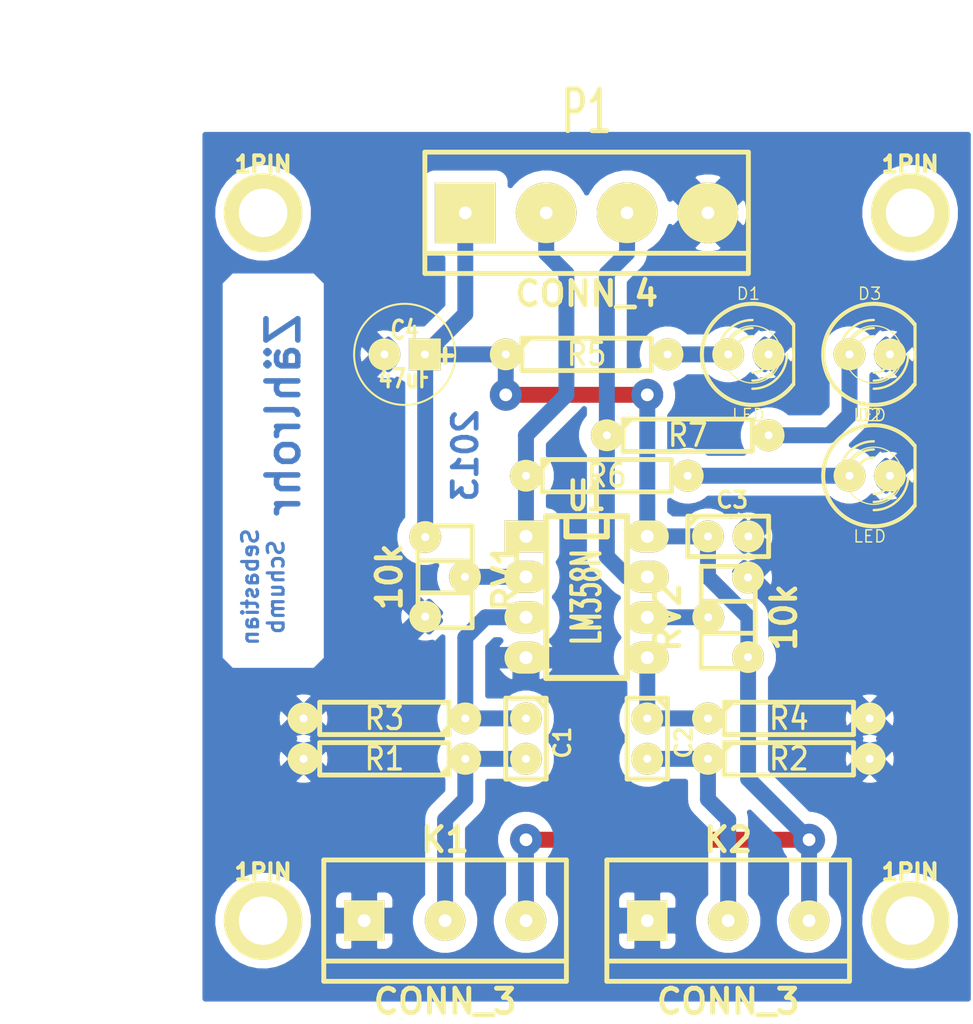
<source format=kicad_pcb>
(kicad_pcb (version 3) (host pcbnew "(2013-may-18)-stable")

  (general
    (links 39)
    (no_connects 0)
    (area 23.750002 22.550001 85.090001 86.2584)
    (thickness 1.6)
    (drawings 5)
    (tracks 55)
    (zones 0)
    (modules 24)
    (nets 14)
  )

  (page A3)
  (layers
    (15 F.Cu signal)
    (0 B.Cu signal)
    (16 B.Adhes user)
    (17 F.Adhes user)
    (18 B.Paste user)
    (19 F.Paste user)
    (20 B.SilkS user)
    (21 F.SilkS user)
    (22 B.Mask user)
    (23 F.Mask user)
    (24 Dwgs.User user)
    (25 Cmts.User user)
    (26 Eco1.User user)
    (27 Eco2.User user)
    (28 Edge.Cuts user)
  )

  (setup
    (last_trace_width 1)
    (user_trace_width 0.5)
    (user_trace_width 1)
    (user_trace_width 1.5)
    (trace_clearance 0.254)
    (zone_clearance 0.75)
    (zone_45_only no)
    (trace_min 0.254)
    (segment_width 0.2)
    (edge_width 0.1)
    (via_size 0.889)
    (via_drill 0.635)
    (via_min_size 0.889)
    (via_min_drill 0.508)
    (user_via 2 0.8)
    (uvia_size 0.508)
    (uvia_drill 0.127)
    (uvias_allowed no)
    (uvia_min_size 0.508)
    (uvia_min_drill 0.127)
    (pcb_text_width 0.3)
    (pcb_text_size 1.5 1.5)
    (mod_edge_width 0.15)
    (mod_text_size 1 1)
    (mod_text_width 0.15)
    (pad_size 2 2)
    (pad_drill 0.5)
    (pad_to_mask_clearance 0)
    (aux_axis_origin 0 0)
    (visible_elements FFFFFFBF)
    (pcbplotparams
      (layerselection 3178497)
      (usegerberextensions false)
      (excludeedgelayer true)
      (linewidth 0.150000)
      (plotframeref false)
      (viasonmask false)
      (mode 1)
      (useauxorigin false)
      (hpglpennumber 1)
      (hpglpenspeed 20)
      (hpglpendiameter 15)
      (hpglpenoverlay 2)
      (psnegative false)
      (psa4output false)
      (plotreference true)
      (plotvalue true)
      (plotothertext true)
      (plotinvisibletext false)
      (padsonsilk false)
      (subtractmaskfromsilk false)
      (outputformat 2)
      (mirror false)
      (drillshape 2)
      (scaleselection 1)
      (outputdirectory plot/))
  )

  (net 0 "")
  (net 1 +5V)
  (net 2 GND)
  (net 3 N-000001)
  (net 4 N-0000010)
  (net 5 N-0000011)
  (net 6 N-0000012)
  (net 7 N-0000013)
  (net 8 N-000005)
  (net 9 N-000006)
  (net 10 N-000008)
  (net 11 N-000009)
  (net 12 Signal1)
  (net 13 Signal2)

  (net_class Default "This is the default net class."
    (clearance 0.254)
    (trace_width 0.254)
    (via_dia 0.889)
    (via_drill 0.635)
    (uvia_dia 0.508)
    (uvia_drill 0.127)
    (add_net "")
    (add_net +5V)
    (add_net GND)
    (add_net N-000001)
    (add_net N-0000010)
    (add_net N-0000011)
    (add_net N-0000012)
    (add_net N-0000013)
    (add_net N-000005)
    (add_net N-000006)
    (add_net N-000008)
    (add_net N-000009)
    (add_net Signal1)
    (add_net Signal2)
  )

  (module trimmer_piher_pt6xh (layer F.Cu) (tedit 4EAE727F) (tstamp 529B9A74)
    (at 69.85 60.96 270)
    (descr "trimmer, Piher PT6-xH")
    (tags trimmer)
    (path /528BD14F)
    (fp_text reference RV2 (at 0 3.79984 270) (layer F.SilkS)
      (effects (font (size 1.524 1.524) (thickness 0.3048)))
    )
    (fp_text value 10k (at 0 -3.50012 270) (layer F.SilkS)
      (effects (font (size 1.524 1.524) (thickness 0.3048)))
    )
    (fp_line (start 1.00076 -1.69926) (end 1.00076 1.69926) (layer F.SilkS) (width 0.29972))
    (fp_line (start -1.00076 -1.69926) (end -1.00076 1.69926) (layer F.SilkS) (width 0.29972))
    (fp_line (start -3.2004 1.69926) (end -3.2004 -1.69926) (layer F.SilkS) (width 0.29972))
    (fp_line (start -3.2004 -1.69926) (end 3.2004 -1.69926) (layer F.SilkS) (width 0.29972))
    (fp_line (start 3.2004 -1.69926) (end 3.2004 1.69926) (layer F.SilkS) (width 0.29972))
    (fp_line (start 3.2004 1.69926) (end -3.2004 1.69926) (layer F.SilkS) (width 0.29972))
    (pad 1 thru_hole circle (at 2.49936 -1.24968 270) (size 2 2) (drill 0.5)
      (layers *.Cu *.Mask F.SilkS)
      (net 1 +5V)
    )
    (pad 2 thru_hole circle (at 0 1.24968 270) (size 2 2) (drill 0.5)
      (layers *.Cu *.Mask F.SilkS)
      (net 5 N-0000011)
    )
    (pad 3 thru_hole circle (at -2.49936 -1.24968 270) (size 2 2) (drill 0.5)
      (layers *.Cu *.Mask F.SilkS)
      (net 2 GND)
    )
    (model walter/pth_resistors/trimmer_piher_pt6-xh.wrl
      (at (xyz 0 0 0))
      (scale (xyz 1 1 1))
      (rotate (xyz 0 0 0))
    )
  )

  (module trimmer_piher_pt6xh (layer F.Cu) (tedit 529BA5EC) (tstamp 529B9A81)
    (at 52.07 58.42 90)
    (descr "trimmer, Piher PT6-xH")
    (tags trimmer)
    (path /528BD379)
    (fp_text reference RV1 (at 0 3.79984 90) (layer F.SilkS)
      (effects (font (size 1.524 1.524) (thickness 0.3048)))
    )
    (fp_text value 10k (at 0 -3.50012 90) (layer F.SilkS)
      (effects (font (size 1.524 1.524) (thickness 0.3048)))
    )
    (fp_line (start 1.00076 -1.69926) (end 1.00076 1.69926) (layer F.SilkS) (width 0.29972))
    (fp_line (start -1.00076 -1.69926) (end -1.00076 1.69926) (layer F.SilkS) (width 0.29972))
    (fp_line (start -3.2004 1.69926) (end -3.2004 -1.69926) (layer F.SilkS) (width 0.29972))
    (fp_line (start -3.2004 -1.69926) (end 3.2004 -1.69926) (layer F.SilkS) (width 0.29972))
    (fp_line (start 3.2004 -1.69926) (end 3.2004 1.69926) (layer F.SilkS) (width 0.29972))
    (fp_line (start 3.2004 1.69926) (end -3.2004 1.69926) (layer F.SilkS) (width 0.29972))
    (pad 1 thru_hole circle (at 2.49936 -1.24968 90) (size 2 2) (drill 0.5)
      (layers *.Cu *.Mask F.SilkS)
      (net 1 +5V)
    )
    (pad 2 thru_hole circle (at 0 1.24968 90) (size 2 2) (drill 0.5)
      (layers *.Cu *.Mask F.SilkS)
      (net 9 N-000006)
    )
    (pad 3 thru_hole circle (at -2.49936 -1.24968 90) (size 2 2) (drill 0.5)
      (layers *.Cu *.Mask F.SilkS)
      (net 2 GND)
    )
    (model walter/pth_resistors/trimmer_piher_pt6-xh.wrl
      (at (xyz 0 0 0))
      (scale (xyz 1 1 1))
      (rotate (xyz 0 0 0))
    )
  )

  (module R4 (layer F.Cu) (tedit 529B9DF5) (tstamp 529B9A8F)
    (at 62.23 52.07)
    (descr "Resitance 4 pas")
    (tags R)
    (path /528BD717)
    (autoplace_cost180 10)
    (fp_text reference R6 (at 0 0) (layer F.SilkS)
      (effects (font (size 1.397 1.27) (thickness 0.2032)))
    )
    (fp_text value 270 (at 0 0) (layer F.SilkS) hide
      (effects (font (size 1.397 1.27) (thickness 0.2032)))
    )
    (fp_line (start -5.08 0) (end -4.064 0) (layer F.SilkS) (width 0.3048))
    (fp_line (start -4.064 0) (end -4.064 -1.016) (layer F.SilkS) (width 0.3048))
    (fp_line (start -4.064 -1.016) (end 4.064 -1.016) (layer F.SilkS) (width 0.3048))
    (fp_line (start 4.064 -1.016) (end 4.064 1.016) (layer F.SilkS) (width 0.3048))
    (fp_line (start 4.064 1.016) (end -4.064 1.016) (layer F.SilkS) (width 0.3048))
    (fp_line (start -4.064 1.016) (end -4.064 0) (layer F.SilkS) (width 0.3048))
    (fp_line (start -4.064 -0.508) (end -3.556 -1.016) (layer F.SilkS) (width 0.3048))
    (fp_line (start 5.08 0) (end 4.064 0) (layer F.SilkS) (width 0.3048))
    (pad 1 thru_hole circle (at -5.08 0) (size 2 2) (drill 0.5)
      (layers *.Cu *.Mask F.SilkS)
      (net 12 Signal1)
    )
    (pad 2 thru_hole circle (at 5.08 0) (size 2 2) (drill 0.5)
      (layers *.Cu *.Mask F.SilkS)
      (net 10 N-000008)
    )
    (model discret/resistor.wrl
      (at (xyz 0 0 0))
      (scale (xyz 0.4 0.4 0.4))
      (rotate (xyz 0 0 0))
    )
  )

  (module R4 (layer F.Cu) (tedit 529B9D9F) (tstamp 529B9A9D)
    (at 73.66 67.31)
    (descr "Resitance 4 pas")
    (tags R)
    (path /528BCF20)
    (autoplace_cost180 10)
    (fp_text reference R4 (at 0 0) (layer F.SilkS)
      (effects (font (size 1.397 1.27) (thickness 0.2032)))
    )
    (fp_text value 270k (at 0 0) (layer F.SilkS) hide
      (effects (font (size 1.397 1.27) (thickness 0.2032)))
    )
    (fp_line (start -5.08 0) (end -4.064 0) (layer F.SilkS) (width 0.3048))
    (fp_line (start -4.064 0) (end -4.064 -1.016) (layer F.SilkS) (width 0.3048))
    (fp_line (start -4.064 -1.016) (end 4.064 -1.016) (layer F.SilkS) (width 0.3048))
    (fp_line (start 4.064 -1.016) (end 4.064 1.016) (layer F.SilkS) (width 0.3048))
    (fp_line (start 4.064 1.016) (end -4.064 1.016) (layer F.SilkS) (width 0.3048))
    (fp_line (start -4.064 1.016) (end -4.064 0) (layer F.SilkS) (width 0.3048))
    (fp_line (start -4.064 -0.508) (end -3.556 -1.016) (layer F.SilkS) (width 0.3048))
    (fp_line (start 5.08 0) (end 4.064 0) (layer F.SilkS) (width 0.3048))
    (pad 1 thru_hole circle (at -5.08 0) (size 2 2) (drill 0.5)
      (layers *.Cu *.Mask F.SilkS)
      (net 4 N-0000010)
    )
    (pad 2 thru_hole circle (at 5.08 0) (size 2 2) (drill 0.5)
      (layers *.Cu *.Mask F.SilkS)
      (net 2 GND)
    )
    (model discret/resistor.wrl
      (at (xyz 0 0 0))
      (scale (xyz 0.4 0.4 0.4))
      (rotate (xyz 0 0 0))
    )
  )

  (module R4 (layer F.Cu) (tedit 529B9F6B) (tstamp 529B9AAB)
    (at 48.26 69.85 180)
    (descr "Resitance 4 pas")
    (tags R)
    (path /528BD337)
    (autoplace_cost180 10)
    (fp_text reference R1 (at 0 0 180) (layer F.SilkS)
      (effects (font (size 1.397 1.27) (thickness 0.2032)))
    )
    (fp_text value 68k (at 0 0 180) (layer F.SilkS) hide
      (effects (font (size 1.397 1.27) (thickness 0.2032)))
    )
    (fp_line (start -5.08 0) (end -4.064 0) (layer F.SilkS) (width 0.3048))
    (fp_line (start -4.064 0) (end -4.064 -1.016) (layer F.SilkS) (width 0.3048))
    (fp_line (start -4.064 -1.016) (end 4.064 -1.016) (layer F.SilkS) (width 0.3048))
    (fp_line (start 4.064 -1.016) (end 4.064 1.016) (layer F.SilkS) (width 0.3048))
    (fp_line (start 4.064 1.016) (end -4.064 1.016) (layer F.SilkS) (width 0.3048))
    (fp_line (start -4.064 1.016) (end -4.064 0) (layer F.SilkS) (width 0.3048))
    (fp_line (start -4.064 -0.508) (end -3.556 -1.016) (layer F.SilkS) (width 0.3048))
    (fp_line (start 5.08 0) (end 4.064 0) (layer F.SilkS) (width 0.3048))
    (pad 1 thru_hole circle (at -5.08 0 180) (size 2 2) (drill 0.5)
      (layers *.Cu *.Mask F.SilkS)
      (net 6 N-0000012)
    )
    (pad 2 thru_hole circle (at 5.08 0 180) (size 2 2) (drill 0.5)
      (layers *.Cu *.Mask F.SilkS)
      (net 2 GND)
    )
    (model discret/resistor.wrl
      (at (xyz 0 0 0))
      (scale (xyz 0.4 0.4 0.4))
      (rotate (xyz 0 0 0))
    )
  )

  (module R4 (layer F.Cu) (tedit 529B9E26) (tstamp 529B9AB9)
    (at 67.31 49.53)
    (descr "Resitance 4 pas")
    (tags R)
    (path /528BD6FC)
    (autoplace_cost180 10)
    (fp_text reference R7 (at 0 0) (layer F.SilkS)
      (effects (font (size 1.397 1.27) (thickness 0.2032)))
    )
    (fp_text value 270 (at 0 0) (layer F.SilkS) hide
      (effects (font (size 1.397 1.27) (thickness 0.2032)))
    )
    (fp_line (start -5.08 0) (end -4.064 0) (layer F.SilkS) (width 0.3048))
    (fp_line (start -4.064 0) (end -4.064 -1.016) (layer F.SilkS) (width 0.3048))
    (fp_line (start -4.064 -1.016) (end 4.064 -1.016) (layer F.SilkS) (width 0.3048))
    (fp_line (start 4.064 -1.016) (end 4.064 1.016) (layer F.SilkS) (width 0.3048))
    (fp_line (start 4.064 1.016) (end -4.064 1.016) (layer F.SilkS) (width 0.3048))
    (fp_line (start -4.064 1.016) (end -4.064 0) (layer F.SilkS) (width 0.3048))
    (fp_line (start -4.064 -0.508) (end -3.556 -1.016) (layer F.SilkS) (width 0.3048))
    (fp_line (start 5.08 0) (end 4.064 0) (layer F.SilkS) (width 0.3048))
    (pad 1 thru_hole circle (at -5.08 0) (size 2 2) (drill 0.5)
      (layers *.Cu *.Mask F.SilkS)
      (net 13 Signal2)
    )
    (pad 2 thru_hole circle (at 5.08 0) (size 2 2) (drill 0.5)
      (layers *.Cu *.Mask F.SilkS)
      (net 8 N-000005)
    )
    (model discret/resistor.wrl
      (at (xyz 0 0 0))
      (scale (xyz 0.4 0.4 0.4))
      (rotate (xyz 0 0 0))
    )
  )

  (module R4 (layer F.Cu) (tedit 529B9D1F) (tstamp 529B9AC7)
    (at 48.26 67.31 180)
    (descr "Resitance 4 pas")
    (tags R)
    (path /528BD343)
    (autoplace_cost180 10)
    (fp_text reference R3 (at 0 0 180) (layer F.SilkS)
      (effects (font (size 1.397 1.27) (thickness 0.2032)))
    )
    (fp_text value 270k (at 0 0 180) (layer F.SilkS) hide
      (effects (font (size 1.397 1.27) (thickness 0.2032)))
    )
    (fp_line (start -5.08 0) (end -4.064 0) (layer F.SilkS) (width 0.3048))
    (fp_line (start -4.064 0) (end -4.064 -1.016) (layer F.SilkS) (width 0.3048))
    (fp_line (start -4.064 -1.016) (end 4.064 -1.016) (layer F.SilkS) (width 0.3048))
    (fp_line (start 4.064 -1.016) (end 4.064 1.016) (layer F.SilkS) (width 0.3048))
    (fp_line (start 4.064 1.016) (end -4.064 1.016) (layer F.SilkS) (width 0.3048))
    (fp_line (start -4.064 1.016) (end -4.064 0) (layer F.SilkS) (width 0.3048))
    (fp_line (start -4.064 -0.508) (end -3.556 -1.016) (layer F.SilkS) (width 0.3048))
    (fp_line (start 5.08 0) (end 4.064 0) (layer F.SilkS) (width 0.3048))
    (pad 1 thru_hole circle (at -5.08 0 180) (size 2 2) (drill 0.5)
      (layers *.Cu *.Mask F.SilkS)
      (net 7 N-0000013)
    )
    (pad 2 thru_hole circle (at 5.08 0 180) (size 2 2) (drill 0.5)
      (layers *.Cu *.Mask F.SilkS)
      (net 2 GND)
    )
    (model discret/resistor.wrl
      (at (xyz 0 0 0))
      (scale (xyz 0.4 0.4 0.4))
      (rotate (xyz 0 0 0))
    )
  )

  (module R4 (layer F.Cu) (tedit 200000) (tstamp 529B9AD5)
    (at 73.66 69.85)
    (descr "Resitance 4 pas")
    (tags R)
    (path /528BCF02)
    (autoplace_cost180 10)
    (fp_text reference R2 (at 0 0) (layer F.SilkS)
      (effects (font (size 1.397 1.27) (thickness 0.2032)))
    )
    (fp_text value 68k (at 0 0) (layer F.SilkS) hide
      (effects (font (size 1.397 1.27) (thickness 0.2032)))
    )
    (fp_line (start -5.08 0) (end -4.064 0) (layer F.SilkS) (width 0.3048))
    (fp_line (start -4.064 0) (end -4.064 -1.016) (layer F.SilkS) (width 0.3048))
    (fp_line (start -4.064 -1.016) (end 4.064 -1.016) (layer F.SilkS) (width 0.3048))
    (fp_line (start 4.064 -1.016) (end 4.064 1.016) (layer F.SilkS) (width 0.3048))
    (fp_line (start 4.064 1.016) (end -4.064 1.016) (layer F.SilkS) (width 0.3048))
    (fp_line (start -4.064 1.016) (end -4.064 0) (layer F.SilkS) (width 0.3048))
    (fp_line (start -4.064 -0.508) (end -3.556 -1.016) (layer F.SilkS) (width 0.3048))
    (fp_line (start 5.08 0) (end 4.064 0) (layer F.SilkS) (width 0.3048))
    (pad 1 thru_hole circle (at -5.08 0) (size 2 2) (drill 0.5)
      (layers *.Cu *.Mask F.SilkS)
      (net 11 N-000009)
    )
    (pad 2 thru_hole circle (at 5.08 0) (size 2 2) (drill 0.5)
      (layers *.Cu *.Mask F.SilkS)
      (net 2 GND)
    )
    (model discret/resistor.wrl
      (at (xyz 0 0 0))
      (scale (xyz 0.4 0.4 0.4))
      (rotate (xyz 0 0 0))
    )
  )

  (module R4 (layer F.Cu) (tedit 529BA530) (tstamp 529B9AE3)
    (at 60.96 44.45)
    (descr "Resitance 4 pas")
    (tags R)
    (path /528BD5E9)
    (autoplace_cost180 10)
    (fp_text reference R5 (at 0 0) (layer F.SilkS)
      (effects (font (size 1.397 1.27) (thickness 0.2032)))
    )
    (fp_text value 270 (at 0 0) (layer F.SilkS) hide
      (effects (font (size 1.397 1.27) (thickness 0.2032)))
    )
    (fp_line (start -5.08 0) (end -4.064 0) (layer F.SilkS) (width 0.3048))
    (fp_line (start -4.064 0) (end -4.064 -1.016) (layer F.SilkS) (width 0.3048))
    (fp_line (start -4.064 -1.016) (end 4.064 -1.016) (layer F.SilkS) (width 0.3048))
    (fp_line (start 4.064 -1.016) (end 4.064 1.016) (layer F.SilkS) (width 0.3048))
    (fp_line (start 4.064 1.016) (end -4.064 1.016) (layer F.SilkS) (width 0.3048))
    (fp_line (start -4.064 1.016) (end -4.064 0) (layer F.SilkS) (width 0.3048))
    (fp_line (start -4.064 -0.508) (end -3.556 -1.016) (layer F.SilkS) (width 0.3048))
    (fp_line (start 5.08 0) (end 4.064 0) (layer F.SilkS) (width 0.3048))
    (pad 1 thru_hole circle (at -5.08 0) (size 2 2) (drill 0.5)
      (layers *.Cu *.Mask F.SilkS)
      (net 1 +5V)
    )
    (pad 2 thru_hole circle (at 5.08 0) (size 2 2) (drill 0.5)
      (layers *.Cu *.Mask F.SilkS)
      (net 3 N-000001)
    )
    (model discret/resistor.wrl
      (at (xyz 0 0 0))
      (scale (xyz 0.4 0.4 0.4))
      (rotate (xyz 0 0 0))
    )
  )

  (module LED-5MM (layer F.Cu) (tedit 529BA564) (tstamp 529B9AF2)
    (at 71.12 44.45)
    (descr "LED 5mm - Lead pitch 100mil (2,54mm)")
    (tags "LED led 5mm 5MM 100mil 2,54mm")
    (path /528BD5D0)
    (fp_text reference D1 (at 0 -3.81) (layer F.SilkS)
      (effects (font (size 0.762 0.762) (thickness 0.0889)))
    )
    (fp_text value LED (at 0 3.81) (layer F.SilkS)
      (effects (font (size 0.762 0.762) (thickness 0.0889)))
    )
    (fp_line (start 2.8448 1.905) (end 2.8448 -1.905) (layer F.SilkS) (width 0.2032))
    (fp_circle (center 0.254 0) (end -1.016 1.27) (layer F.SilkS) (width 0.0762))
    (fp_arc (start 0.254 0) (end 2.794 1.905) (angle 286.2) (layer F.SilkS) (width 0.254))
    (fp_arc (start 0.254 0) (end -0.889 0) (angle 90) (layer F.SilkS) (width 0.1524))
    (fp_arc (start 0.254 0) (end 1.397 0) (angle 90) (layer F.SilkS) (width 0.1524))
    (fp_arc (start 0.254 0) (end -1.397 0) (angle 90) (layer F.SilkS) (width 0.1524))
    (fp_arc (start 0.254 0) (end 1.905 0) (angle 90) (layer F.SilkS) (width 0.1524))
    (fp_arc (start 0.254 0) (end -1.905 0) (angle 90) (layer F.SilkS) (width 0.1524))
    (fp_arc (start 0.254 0) (end 2.413 0) (angle 90) (layer F.SilkS) (width 0.1524))
    (pad 1 thru_hole circle (at -1.27 0) (size 2 2) (drill 0.5)
      (layers *.Cu *.Mask F.SilkS)
      (net 3 N-000001)
    )
    (pad 2 thru_hole circle (at 1.27 0) (size 2 2) (drill 0.5)
      (layers *.Cu *.Mask F.SilkS)
      (net 2 GND)
    )
    (model discret/leds/led5_vertical_verde.wrl
      (at (xyz 0 0 0))
      (scale (xyz 1 1 1))
      (rotate (xyz 0 0 0))
    )
  )

  (module LED-5MM (layer F.Cu) (tedit 50ADE86B) (tstamp 529B9B01)
    (at 78.74 52.07)
    (descr "LED 5mm - Lead pitch 100mil (2,54mm)")
    (tags "LED led 5mm 5MM 100mil 2,54mm")
    (path /528BD711)
    (fp_text reference D2 (at 0 -3.81) (layer F.SilkS)
      (effects (font (size 0.762 0.762) (thickness 0.0889)))
    )
    (fp_text value LED (at 0 3.81) (layer F.SilkS)
      (effects (font (size 0.762 0.762) (thickness 0.0889)))
    )
    (fp_line (start 2.8448 1.905) (end 2.8448 -1.905) (layer F.SilkS) (width 0.2032))
    (fp_circle (center 0.254 0) (end -1.016 1.27) (layer F.SilkS) (width 0.0762))
    (fp_arc (start 0.254 0) (end 2.794 1.905) (angle 286.2) (layer F.SilkS) (width 0.254))
    (fp_arc (start 0.254 0) (end -0.889 0) (angle 90) (layer F.SilkS) (width 0.1524))
    (fp_arc (start 0.254 0) (end 1.397 0) (angle 90) (layer F.SilkS) (width 0.1524))
    (fp_arc (start 0.254 0) (end -1.397 0) (angle 90) (layer F.SilkS) (width 0.1524))
    (fp_arc (start 0.254 0) (end 1.905 0) (angle 90) (layer F.SilkS) (width 0.1524))
    (fp_arc (start 0.254 0) (end -1.905 0) (angle 90) (layer F.SilkS) (width 0.1524))
    (fp_arc (start 0.254 0) (end 2.413 0) (angle 90) (layer F.SilkS) (width 0.1524))
    (pad 1 thru_hole circle (at -1.27 0) (size 2 2) (drill 0.5)
      (layers *.Cu *.Mask F.SilkS)
      (net 10 N-000008)
    )
    (pad 2 thru_hole circle (at 1.27 0) (size 2 2) (drill 0.5)
      (layers *.Cu *.Mask F.SilkS)
      (net 2 GND)
    )
    (model discret/leds/led5_vertical_verde.wrl
      (at (xyz 0 0 0))
      (scale (xyz 1 1 1))
      (rotate (xyz 0 0 0))
    )
  )

  (module LED-5MM (layer F.Cu) (tedit 50ADE86B) (tstamp 529B9B10)
    (at 78.74 44.45)
    (descr "LED 5mm - Lead pitch 100mil (2,54mm)")
    (tags "LED led 5mm 5MM 100mil 2,54mm")
    (path /528BD6F6)
    (fp_text reference D3 (at 0 -3.81) (layer F.SilkS)
      (effects (font (size 0.762 0.762) (thickness 0.0889)))
    )
    (fp_text value LED (at 0 3.81) (layer F.SilkS)
      (effects (font (size 0.762 0.762) (thickness 0.0889)))
    )
    (fp_line (start 2.8448 1.905) (end 2.8448 -1.905) (layer F.SilkS) (width 0.2032))
    (fp_circle (center 0.254 0) (end -1.016 1.27) (layer F.SilkS) (width 0.0762))
    (fp_arc (start 0.254 0) (end 2.794 1.905) (angle 286.2) (layer F.SilkS) (width 0.254))
    (fp_arc (start 0.254 0) (end -0.889 0) (angle 90) (layer F.SilkS) (width 0.1524))
    (fp_arc (start 0.254 0) (end 1.397 0) (angle 90) (layer F.SilkS) (width 0.1524))
    (fp_arc (start 0.254 0) (end -1.397 0) (angle 90) (layer F.SilkS) (width 0.1524))
    (fp_arc (start 0.254 0) (end 1.905 0) (angle 90) (layer F.SilkS) (width 0.1524))
    (fp_arc (start 0.254 0) (end -1.905 0) (angle 90) (layer F.SilkS) (width 0.1524))
    (fp_arc (start 0.254 0) (end 2.413 0) (angle 90) (layer F.SilkS) (width 0.1524))
    (pad 1 thru_hole circle (at -1.27 0) (size 2 2) (drill 0.5)
      (layers *.Cu *.Mask F.SilkS)
      (net 8 N-000005)
    )
    (pad 2 thru_hole circle (at 1.27 0) (size 2 2) (drill 0.5)
      (layers *.Cu *.Mask F.SilkS)
      (net 2 GND)
    )
    (model discret/leds/led5_vertical_verde.wrl
      (at (xyz 0 0 0))
      (scale (xyz 1 1 1))
      (rotate (xyz 0 0 0))
    )
  )

  (module DIP-8__300_ELL (layer F.Cu) (tedit 529BABA2) (tstamp 529B9B23)
    (at 60.96 59.69 270)
    (descr "8 pins DIL package, elliptical pads")
    (tags DIL)
    (path /528BD001)
    (fp_text reference U1 (at -6.35 0 360) (layer F.SilkS)
      (effects (font (size 1.778 1.143) (thickness 0.3048)))
    )
    (fp_text value LM358N (at 0 0 270) (layer F.SilkS)
      (effects (font (size 1.778 1.016) (thickness 0.3048)))
    )
    (fp_line (start -5.08 -1.27) (end -3.81 -1.27) (layer F.SilkS) (width 0.381))
    (fp_line (start -3.81 -1.27) (end -3.81 1.27) (layer F.SilkS) (width 0.381))
    (fp_line (start -3.81 1.27) (end -5.08 1.27) (layer F.SilkS) (width 0.381))
    (fp_line (start -5.08 -2.54) (end 5.08 -2.54) (layer F.SilkS) (width 0.381))
    (fp_line (start 5.08 -2.54) (end 5.08 2.54) (layer F.SilkS) (width 0.381))
    (fp_line (start 5.08 2.54) (end -5.08 2.54) (layer F.SilkS) (width 0.381))
    (fp_line (start -5.08 2.54) (end -5.08 -2.54) (layer F.SilkS) (width 0.381))
    (pad 1 thru_hole rect (at -3.81 3.81 270) (size 2 2.7) (drill 0.8128)
      (layers *.Cu *.Mask F.SilkS)
      (net 12 Signal1)
    )
    (pad 2 thru_hole oval (at -1.27 3.81 270) (size 2 2.7) (drill 0.8128)
      (layers *.Cu *.Mask F.SilkS)
      (net 9 N-000006)
    )
    (pad 3 thru_hole oval (at 1.27 3.81 270) (size 2 2.7) (drill 0.8128)
      (layers *.Cu *.Mask F.SilkS)
      (net 7 N-0000013)
    )
    (pad 4 thru_hole oval (at 3.81 3.81 270) (size 2 2.7) (drill 0.8128)
      (layers *.Cu *.Mask F.SilkS)
      (net 2 GND)
    )
    (pad 5 thru_hole oval (at 3.81 -3.81 270) (size 2 2.7) (drill 0.8128)
      (layers *.Cu *.Mask F.SilkS)
      (net 4 N-0000010)
    )
    (pad 6 thru_hole oval (at 1.27 -3.81 270) (size 2 2.7) (drill 0.8128)
      (layers *.Cu *.Mask F.SilkS)
      (net 5 N-0000011)
    )
    (pad 7 thru_hole oval (at -1.27 -3.81 270) (size 2 2.7) (drill 0.8128)
      (layers *.Cu *.Mask F.SilkS)
      (net 13 Signal2)
    )
    (pad 8 thru_hole oval (at -3.81 -3.81 270) (size 2 2.7) (drill 0.8128)
      (layers *.Cu *.Mask F.SilkS)
      (net 1 +5V)
    )
    (model dil/dil_8.wrl
      (at (xyz 0 0 0))
      (scale (xyz 1 1 1))
      (rotate (xyz 0 0 0))
    )
  )

  (module C1V7 (layer F.Cu) (tedit 529BAD2C) (tstamp 529B9B2B)
    (at 49.53 44.45 180)
    (path /528BD76A)
    (fp_text reference C4 (at 0 1.524 180) (layer F.SilkS)
      (effects (font (size 1.143 0.889) (thickness 0.2032)))
    )
    (fp_text value 47uF (at 0 -1.524 180) (layer F.SilkS)
      (effects (font (size 1.143 0.889) (thickness 0.2032)))
    )
    (fp_text user + (at -2.54 0 180) (layer F.SilkS)
      (effects (font (size 1.143 1.143) (thickness 0.3048)))
    )
    (fp_circle (center 0 0) (end 3.175 0) (layer F.SilkS) (width 0.127))
    (pad 1 thru_hole rect (at -1.27 0 180) (size 2 2) (drill 0.5)
      (layers *.Cu *.Mask F.SilkS)
      (net 1 +5V)
    )
    (pad 2 thru_hole circle (at 1.27 0 180) (size 2 2) (drill 0.5)
      (layers *.Cu *.Mask F.SilkS)
      (net 2 GND)
    )
    (model discret/c_vert_c1v7.wrl
      (at (xyz 0 0 0))
      (scale (xyz 1 1 1))
      (rotate (xyz 0 0 0))
    )
  )

  (module C1 (layer F.Cu) (tedit 529BA54D) (tstamp 529B9B36)
    (at 57.15 68.58 270)
    (descr "Condensateur e = 1 pas")
    (tags C)
    (path /528BD33D)
    (fp_text reference C1 (at 0.254 -2.286 270) (layer F.SilkS)
      (effects (font (size 1.016 1.016) (thickness 0.2032)))
    )
    (fp_text value 100nf (at 0 -2.286 270) (layer F.SilkS) hide
      (effects (font (size 1.016 1.016) (thickness 0.2032)))
    )
    (fp_line (start -2.4892 -1.27) (end 2.54 -1.27) (layer F.SilkS) (width 0.3048))
    (fp_line (start 2.54 -1.27) (end 2.54 1.27) (layer F.SilkS) (width 0.3048))
    (fp_line (start 2.54 1.27) (end -2.54 1.27) (layer F.SilkS) (width 0.3048))
    (fp_line (start -2.54 1.27) (end -2.54 -1.27) (layer F.SilkS) (width 0.3048))
    (fp_line (start -2.54 -0.635) (end -1.905 -1.27) (layer F.SilkS) (width 0.3048))
    (pad 1 thru_hole circle (at -1.27 0 270) (size 2 2) (drill 0.5)
      (layers *.Cu *.Mask F.SilkS)
      (net 7 N-0000013)
    )
    (pad 2 thru_hole circle (at 1.27 0 270) (size 2 2) (drill 0.5)
      (layers *.Cu *.Mask F.SilkS)
      (net 6 N-0000012)
    )
    (model discret/capa_1_pas.wrl
      (at (xyz 0 0 0))
      (scale (xyz 1 1 1))
      (rotate (xyz 0 0 0))
    )
  )

  (module C1 (layer F.Cu) (tedit 3F92C496) (tstamp 529B9B41)
    (at 64.77 68.58 270)
    (descr "Condensateur e = 1 pas")
    (tags C)
    (path /528BCF11)
    (fp_text reference C2 (at 0.254 -2.286 270) (layer F.SilkS)
      (effects (font (size 1.016 1.016) (thickness 0.2032)))
    )
    (fp_text value 100nf (at 0 -2.286 270) (layer F.SilkS) hide
      (effects (font (size 1.016 1.016) (thickness 0.2032)))
    )
    (fp_line (start -2.4892 -1.27) (end 2.54 -1.27) (layer F.SilkS) (width 0.3048))
    (fp_line (start 2.54 -1.27) (end 2.54 1.27) (layer F.SilkS) (width 0.3048))
    (fp_line (start 2.54 1.27) (end -2.54 1.27) (layer F.SilkS) (width 0.3048))
    (fp_line (start -2.54 1.27) (end -2.54 -1.27) (layer F.SilkS) (width 0.3048))
    (fp_line (start -2.54 -0.635) (end -1.905 -1.27) (layer F.SilkS) (width 0.3048))
    (pad 1 thru_hole circle (at -1.27 0 270) (size 2 2) (drill 0.5)
      (layers *.Cu *.Mask F.SilkS)
      (net 4 N-0000010)
    )
    (pad 2 thru_hole circle (at 1.27 0 270) (size 2 2) (drill 0.5)
      (layers *.Cu *.Mask F.SilkS)
      (net 11 N-000009)
    )
    (model discret/capa_1_pas.wrl
      (at (xyz 0 0 0))
      (scale (xyz 1 1 1))
      (rotate (xyz 0 0 0))
    )
  )

  (module C1 (layer F.Cu) (tedit 3F92C496) (tstamp 529B9B4C)
    (at 69.85 55.88)
    (descr "Condensateur e = 1 pas")
    (tags C)
    (path /528BD74C)
    (fp_text reference C3 (at 0.254 -2.286) (layer F.SilkS)
      (effects (font (size 1.016 1.016) (thickness 0.2032)))
    )
    (fp_text value 100nF (at 0 -2.286) (layer F.SilkS) hide
      (effects (font (size 1.016 1.016) (thickness 0.2032)))
    )
    (fp_line (start -2.4892 -1.27) (end 2.54 -1.27) (layer F.SilkS) (width 0.3048))
    (fp_line (start 2.54 -1.27) (end 2.54 1.27) (layer F.SilkS) (width 0.3048))
    (fp_line (start 2.54 1.27) (end -2.54 1.27) (layer F.SilkS) (width 0.3048))
    (fp_line (start -2.54 1.27) (end -2.54 -1.27) (layer F.SilkS) (width 0.3048))
    (fp_line (start -2.54 -0.635) (end -1.905 -1.27) (layer F.SilkS) (width 0.3048))
    (pad 1 thru_hole circle (at -1.27 0) (size 2 2) (drill 0.5)
      (layers *.Cu *.Mask F.SilkS)
      (net 1 +5V)
    )
    (pad 2 thru_hole circle (at 1.27 0) (size 2 2) (drill 0.5)
      (layers *.Cu *.Mask F.SilkS)
      (net 2 GND)
    )
    (model discret/capa_1_pas.wrl
      (at (xyz 0 0 0))
      (scale (xyz 1 1 1))
      (rotate (xyz 0 0 0))
    )
  )

  (module bornier4 (layer F.Cu) (tedit 529BAB08) (tstamp 529B9B59)
    (at 60.96 35.56)
    (descr "Bornier d'alimentation 4 pins")
    (tags DEV)
    (path /528BD3A2)
    (fp_text reference P1 (at 0 -6.35) (layer F.SilkS)
      (effects (font (size 2.6162 1.59766) (thickness 0.3048)))
    )
    (fp_text value CONN_4 (at 0 5.08) (layer F.SilkS)
      (effects (font (size 1.524 1.524) (thickness 0.3048)))
    )
    (fp_line (start -10.16 -3.81) (end -10.16 3.81) (layer F.SilkS) (width 0.3048))
    (fp_line (start 10.16 3.81) (end 10.16 -3.81) (layer F.SilkS) (width 0.3048))
    (fp_line (start 10.16 2.54) (end -10.16 2.54) (layer F.SilkS) (width 0.3048))
    (fp_line (start -10.16 -3.81) (end 10.16 -3.81) (layer F.SilkS) (width 0.3048))
    (fp_line (start -10.16 3.81) (end 10.16 3.81) (layer F.SilkS) (width 0.3048))
    (pad 2 thru_hole circle (at -2.54 0) (size 3.81 3.81) (drill 0.8)
      (layers *.Cu *.Mask F.SilkS)
      (net 12 Signal1)
    )
    (pad 3 thru_hole circle (at 2.54 0) (size 3.81 3.81) (drill 0.8)
      (layers *.Cu *.Mask F.SilkS)
      (net 13 Signal2)
    )
    (pad 1 thru_hole rect (at -7.62 0) (size 3.81 3.81) (drill 0.8)
      (layers *.Cu *.Mask F.SilkS)
      (net 1 +5V)
    )
    (pad 4 thru_hole circle (at 7.62 0) (size 3.81 3.81) (drill 0.8)
      (layers *.Cu *.Mask F.SilkS)
      (net 2 GND)
    )
    (model device/bornier_4.wrl
      (at (xyz 0 0 0))
      (scale (xyz 1 1 1))
      (rotate (xyz 0 0 0))
    )
  )

  (module bornier3 (layer F.Cu) (tedit 529BAB59) (tstamp 529B9B65)
    (at 52.07 80.01)
    (descr "Bornier d'alimentation 3 pins")
    (tags DEV)
    (path /529B93E0)
    (fp_text reference K1 (at 0 -5.08) (layer F.SilkS)
      (effects (font (size 1.524 1.524) (thickness 0.3048)))
    )
    (fp_text value CONN_3 (at 0 5.08) (layer F.SilkS)
      (effects (font (size 1.524 1.524) (thickness 0.3048)))
    )
    (fp_line (start -7.62 3.81) (end -7.62 -3.81) (layer F.SilkS) (width 0.3048))
    (fp_line (start 7.62 3.81) (end 7.62 -3.81) (layer F.SilkS) (width 0.3048))
    (fp_line (start -7.62 2.54) (end 7.62 2.54) (layer F.SilkS) (width 0.3048))
    (fp_line (start -7.62 -3.81) (end 7.62 -3.81) (layer F.SilkS) (width 0.3048))
    (fp_line (start -7.62 3.81) (end 7.62 3.81) (layer F.SilkS) (width 0.3048))
    (pad 1 thru_hole rect (at -5.08 0) (size 2.54 2.54) (drill 0.8)
      (layers *.Cu *.Mask F.SilkS)
      (net 2 GND)
    )
    (pad 2 thru_hole circle (at 0 0) (size 2.54 2.54) (drill 0.8)
      (layers *.Cu *.Mask F.SilkS)
      (net 6 N-0000012)
    )
    (pad 3 thru_hole circle (at 5.08 0) (size 2.54 2.54) (drill 0.8)
      (layers *.Cu *.Mask F.SilkS)
      (net 1 +5V)
    )
    (model device/bornier_3.wrl
      (at (xyz 0 0 0))
      (scale (xyz 1 1 1))
      (rotate (xyz 0 0 0))
    )
  )

  (module bornier3 (layer F.Cu) (tedit 3EC0ECFA) (tstamp 529B9B71)
    (at 69.85 80.01)
    (descr "Bornier d'alimentation 3 pins")
    (tags DEV)
    (path /529B9586)
    (fp_text reference K2 (at 0 -5.08) (layer F.SilkS)
      (effects (font (size 1.524 1.524) (thickness 0.3048)))
    )
    (fp_text value CONN_3 (at 0 5.08) (layer F.SilkS)
      (effects (font (size 1.524 1.524) (thickness 0.3048)))
    )
    (fp_line (start -7.62 3.81) (end -7.62 -3.81) (layer F.SilkS) (width 0.3048))
    (fp_line (start 7.62 3.81) (end 7.62 -3.81) (layer F.SilkS) (width 0.3048))
    (fp_line (start -7.62 2.54) (end 7.62 2.54) (layer F.SilkS) (width 0.3048))
    (fp_line (start -7.62 -3.81) (end 7.62 -3.81) (layer F.SilkS) (width 0.3048))
    (fp_line (start -7.62 3.81) (end 7.62 3.81) (layer F.SilkS) (width 0.3048))
    (pad 1 thru_hole rect (at -5.08 0) (size 2.54 2.54) (drill 0.8)
      (layers *.Cu *.Mask F.SilkS)
      (net 2 GND)
    )
    (pad 2 thru_hole circle (at 0 0) (size 2.54 2.54) (drill 0.8)
      (layers *.Cu *.Mask F.SilkS)
      (net 11 N-000009)
    )
    (pad 3 thru_hole circle (at 5.08 0) (size 2.54 2.54) (drill 0.8)
      (layers *.Cu *.Mask F.SilkS)
      (net 1 +5V)
    )
    (model device/bornier_3.wrl
      (at (xyz 0 0 0))
      (scale (xyz 1 1 1))
      (rotate (xyz 0 0 0))
    )
  )

  (module 1pin (layer F.Cu) (tedit 529BABF6) (tstamp 529BABF0)
    (at 81.28 80.01)
    (descr "module 1 pin (ou trou mecanique de percage)")
    (tags DEV)
    (path 1pin)
    (fp_text reference 1PIN (at 0 -3.048) (layer F.SilkS)
      (effects (font (size 1.016 1.016) (thickness 0.254)))
    )
    (fp_text value P*** (at 0 2.794) (layer F.SilkS) hide
      (effects (font (size 1.016 1.016) (thickness 0.254)))
    )
    (fp_circle (center 0 0) (end 0 -2.286) (layer F.SilkS) (width 0.381))
    (pad 1 thru_hole circle (at 0 0) (size 4.5 4.5) (drill 3.048)
      (layers *.Cu *.Mask F.SilkS)
    )
  )

  (module 1pin (layer F.Cu) (tedit 529BAC1E) (tstamp 529BAC10)
    (at 40.64 80.01)
    (descr "module 1 pin (ou trou mecanique de percage)")
    (tags DEV)
    (path 1pin)
    (fp_text reference 1PIN (at 0 -3.048) (layer F.SilkS)
      (effects (font (size 1.016 1.016) (thickness 0.254)))
    )
    (fp_text value P*** (at 0 2.794) (layer F.SilkS) hide
      (effects (font (size 1.016 1.016) (thickness 0.254)))
    )
    (fp_circle (center 0 0) (end 0 -2.286) (layer F.SilkS) (width 0.381))
    (pad 1 thru_hole circle (at 0 0) (size 4.5 4.5) (drill 3.048)
      (layers *.Cu *.Mask F.SilkS)
    )
  )

  (module 1pin (layer F.Cu) (tedit 529BAC4D) (tstamp 529BAC37)
    (at 81.28 35.56)
    (descr "module 1 pin (ou trou mecanique de percage)")
    (tags DEV)
    (path 1pin)
    (fp_text reference 1PIN (at 0 -3.048) (layer F.SilkS)
      (effects (font (size 1.016 1.016) (thickness 0.254)))
    )
    (fp_text value P*** (at 0 2.794) (layer F.SilkS) hide
      (effects (font (size 1.016 1.016) (thickness 0.254)))
    )
    (fp_circle (center 0 0) (end 0 -2.286) (layer F.SilkS) (width 0.381))
    (pad 1 thru_hole circle (at 0 0) (size 4.5 4.5) (drill 3.048)
      (layers *.Cu *.Mask F.SilkS)
    )
  )

  (module 1pin (layer F.Cu) (tedit 529BAC53) (tstamp 529BAC42)
    (at 40.64 35.56)
    (descr "module 1 pin (ou trou mecanique de percage)")
    (tags DEV)
    (path 1pin)
    (fp_text reference 1PIN (at 0 -3.048) (layer F.SilkS)
      (effects (font (size 1.016 1.016) (thickness 0.254)))
    )
    (fp_text value P*** (at 0 2.794) (layer F.SilkS) hide
      (effects (font (size 1.016 1.016) (thickness 0.254)))
    )
    (fp_circle (center 0 0) (end 0 -2.286) (layer F.SilkS) (width 0.381))
    (pad 1 thru_hole circle (at 0 0) (size 4.5 4.5) (drill 3.048)
      (layers *.Cu *.Mask F.SilkS)
    )
  )

  (gr_text "Sebastian\nSchumb" (at 40.64 59.055 90) (layer B.Cu)
    (effects (font (size 1 1) (thickness 0.2)) (justify mirror))
  )
  (gr_text Zählrohr (at 41.91 48.26 90) (layer B.Cu)
    (effects (font (size 2 2) (thickness 0.35)) (justify mirror))
  )
  (gr_text 2013 (at 53.34 50.8 90) (layer B.Cu)
    (effects (font (size 1.5 1.5) (thickness 0.3)) (justify mirror))
  )
  (dimension 54.61 (width 0.3) (layer Cmts.User)
    (gr_text "54.610 mm" (at 30.400001 57.785 270) (layer Cmts.User)
      (effects (font (size 1.5 1.5) (thickness 0.3)))
    )
    (feature1 (pts (xy 35.56 85.09) (xy 29.050001 85.09)))
    (feature2 (pts (xy 35.56 30.48) (xy 29.050001 30.48)))
    (crossbar (pts (xy 31.750001 30.48) (xy 31.750001 85.09)))
    (arrow1a (pts (xy 31.750001 85.09) (xy 31.163581 83.963497)))
    (arrow1b (pts (xy 31.750001 85.09) (xy 32.336421 83.963497)))
    (arrow2a (pts (xy 31.750001 30.48) (xy 31.163581 31.606503)))
    (arrow2b (pts (xy 31.750001 30.48) (xy 32.336421 31.606503)))
  )
  (dimension 48.26 (width 0.3) (layer Cmts.User)
    (gr_text "48.260 mm" (at 60.96 24.050001) (layer Cmts.User)
      (effects (font (size 1.5 1.5) (thickness 0.3)))
    )
    (feature1 (pts (xy 85.09 29.21) (xy 85.09 22.700001)))
    (feature2 (pts (xy 36.83 29.21) (xy 36.83 22.700001)))
    (crossbar (pts (xy 36.83 25.400001) (xy 85.09 25.400001)))
    (arrow1a (pts (xy 85.09 25.400001) (xy 83.963497 25.986421)))
    (arrow1b (pts (xy 85.09 25.400001) (xy 83.963497 24.813581)))
    (arrow2a (pts (xy 36.83 25.400001) (xy 37.956503 25.986421)))
    (arrow2b (pts (xy 36.83 25.400001) (xy 37.956503 24.813581)))
  )

  (via (at 57.15 74.93) (size 2) (drill 0.8) (layers F.Cu B.Cu) (net 1))
  (segment (start 74.93 74.93) (end 57.15 74.93) (width 1) (layer F.Cu) (net 1) (tstamp 529BA2F6))
  (via (at 74.93 74.93) (size 2) (drill 0.8) (layers F.Cu B.Cu) (net 1))
  (segment (start 57.15 74.93) (end 57.15 80.01) (width 1) (layer B.Cu) (net 1) (tstamp 529BA2FA))
  (segment (start 71.09968 63.45936) (end 71.09968 71.09968) (width 1) (layer B.Cu) (net 1))
  (segment (start 74.93 74.93) (end 74.93 80.01) (width 1) (layer B.Cu) (net 1) (tstamp 529BA2F2))
  (segment (start 71.09968 71.09968) (end 74.93 74.93) (width 1) (layer B.Cu) (net 1) (tstamp 529BA2F1))
  (segment (start 71.12 60.96) (end 71.12 63.43904) (width 1) (layer B.Cu) (net 1))
  (segment (start 68.58 58.42) (end 71.12 60.96) (width 1) (layer B.Cu) (net 1) (tstamp 529BA2CF))
  (segment (start 68.58 55.88) (end 68.58 58.42) (width 1) (layer B.Cu) (net 1))
  (segment (start 71.12 63.43904) (end 71.09968 63.45936) (width 1) (layer B.Cu) (net 1) (tstamp 529BA2D3))
  (via (at 64.77 46.99) (size 2) (drill 0.8) (layers F.Cu B.Cu) (net 1))
  (segment (start 64.77 55.88) (end 64.77 46.99) (width 1) (layer B.Cu) (net 1))
  (segment (start 55.88 46.99) (end 55.88 44.45) (width 1) (layer B.Cu) (net 1) (tstamp 529BA2C3))
  (via (at 55.88 46.99) (size 2) (drill 0.8) (layers F.Cu B.Cu) (net 1))
  (segment (start 64.77 46.99) (end 55.88 46.99) (width 1) (layer F.Cu) (net 1) (tstamp 529BA2C0))
  (segment (start 50.8 44.45) (end 55.88 44.45) (width 1) (layer B.Cu) (net 1))
  (segment (start 53.34 35.56) (end 53.34 41.91) (width 1) (layer B.Cu) (net 1))
  (segment (start 53.34 41.91) (end 50.8 44.45) (width 1) (layer B.Cu) (net 1) (tstamp 529BA2AE))
  (segment (start 50.82032 55.92064) (end 50.82032 44.47032) (width 1) (layer B.Cu) (net 1))
  (segment (start 50.82032 44.47032) (end 50.8 44.45) (width 1) (layer B.Cu) (net 1) (tstamp 529BA2A9))
  (segment (start 64.77 55.88) (end 68.58 55.88) (width 1) (layer B.Cu) (net 1))
  (segment (start 66.04 44.45) (end 69.85 44.45) (width 1) (layer B.Cu) (net 3))
  (segment (start 64.77 67.31) (end 68.58 67.31) (width 1) (layer B.Cu) (net 4))
  (segment (start 64.77 67.31) (end 64.77 63.5) (width 1) (layer B.Cu) (net 4))
  (segment (start 64.77 60.96) (end 68.60032 60.96) (width 1) (layer B.Cu) (net 5))
  (segment (start 52.07 80.01) (end 52.07 73.66) (width 1) (layer B.Cu) (net 6))
  (segment (start 53.34 72.39) (end 53.34 69.85) (width 1) (layer B.Cu) (net 6) (tstamp 529BA164))
  (segment (start 52.07 73.66) (end 53.34 72.39) (width 1) (layer B.Cu) (net 6) (tstamp 529BA163))
  (segment (start 53.34 69.85) (end 57.15 69.85) (width 1) (layer B.Cu) (net 6))
  (segment (start 53.34 67.31) (end 53.34 62.23) (width 1) (layer B.Cu) (net 7))
  (segment (start 54.61 60.96) (end 57.15 60.96) (width 1) (layer B.Cu) (net 7) (tstamp 529BA0FC))
  (segment (start 53.34 62.23) (end 54.61 60.96) (width 1) (layer B.Cu) (net 7) (tstamp 529BA0FB))
  (segment (start 57.15 67.31) (end 53.34 67.31) (width 1) (layer B.Cu) (net 7) (status 20))
  (segment (start 72.39 49.53) (end 76.2 49.53) (width 1) (layer B.Cu) (net 8))
  (segment (start 77.47 48.26) (end 77.47 44.45) (width 1) (layer B.Cu) (net 8) (tstamp 529BA02D))
  (segment (start 76.2 49.53) (end 77.47 48.26) (width 1) (layer B.Cu) (net 8) (tstamp 529BA02C))
  (segment (start 53.34 58.42) (end 57.15 58.42) (width 1) (layer B.Cu) (net 9))
  (segment (start 67.31 52.07) (end 77.47 52.07) (width 1) (layer B.Cu) (net 10))
  (segment (start 69.85 80.01) (end 69.85 73.66) (width 1) (layer B.Cu) (net 11))
  (segment (start 68.58 72.39) (end 68.58 69.85) (width 1) (layer B.Cu) (net 11) (tstamp 529BA160))
  (segment (start 69.85 73.66) (end 68.58 72.39) (width 1) (layer B.Cu) (net 11) (tstamp 529BA15F))
  (segment (start 64.77 69.85) (end 68.58 69.85) (width 1) (layer B.Cu) (net 11))
  (segment (start 58.42 35.56) (end 58.42 38.1) (width 1) (layer B.Cu) (net 12))
  (segment (start 57.15 49.53) (end 57.15 52.07) (width 1) (layer B.Cu) (net 12))
  (segment (start 57.15 49.53) (end 59.69 46.99) (width 1) (layer B.Cu) (net 12) (tstamp 529BA032))
  (segment (start 59.69 39.37) (end 59.69 46.99) (width 1) (layer B.Cu) (net 12))
  (segment (start 58.42 38.1) (end 59.69 39.37) (width 1) (layer B.Cu) (net 12) (tstamp 529BA1CD))
  (segment (start 57.15 55.88) (end 57.15 52.07) (width 1) (layer B.Cu) (net 12))
  (segment (start 63.5 35.56) (end 63.5 38.1) (width 1) (layer B.Cu) (net 13))
  (segment (start 62.23 39.37) (end 62.23 49.53) (width 1) (layer B.Cu) (net 13))
  (segment (start 63.5 38.1) (end 62.23 39.37) (width 1) (layer B.Cu) (net 13) (tstamp 529BA1D0))
  (segment (start 62.23 49.53) (end 62.23 57.15) (width 1) (layer B.Cu) (net 13) (status 10))
  (segment (start 63.5 58.42) (end 62.23 57.15) (width 1) (layer B.Cu) (net 13) (tstamp 529B9F9B))
  (segment (start 63.5 58.42) (end 64.77 58.42) (width 1) (layer B.Cu) (net 13))

  (zone (net 2) (net_name GND) (layer B.Cu) (tstamp 529BA328) (hatch edge 0.508)
    (connect_pads (clearance 0.75))
    (min_thickness 0.35)
    (fill (arc_segments 32) (thermal_gap 0.5) (thermal_bridge_width 1.99898))
    (polygon
      (pts
        (xy 36.83 30.48) (xy 85.09 30.48) (xy 85.09 85.09) (xy 36.83 85.09)
      )
    )
    (polygon
      (pts        (xy 38.1 63.5) (xy 38.735 64.135) (xy 43.815 64.135) (xy 44.45 63.5) (xy 44.45 40.005)
        (xy 43.815 39.37) (xy 38.735 39.37) (xy 38.1 40.005)
      )
    )
    (filled_polygon
      (pts
        (xy 84.915 84.915) (xy 84.455136 84.915) (xy 84.455136 79.698675) (xy 84.455136 35.248675) (xy 84.334196 34.637884)
        (xy 84.096922 34.062216) (xy 83.752353 33.543598) (xy 83.313613 33.101784) (xy 82.797413 32.753603) (xy 82.223416 32.512316)
        (xy 81.613484 32.387115) (xy 80.990849 32.382768) (xy 80.379229 32.499441) (xy 79.801918 32.73269) (xy 79.280907 33.07363)
        (xy 78.836041 33.509275) (xy 78.484264 34.023031) (xy 78.238977 34.595331) (xy 78.109521 35.204374) (xy 78.100827 35.826963)
        (xy 78.213227 36.439383) (xy 78.44244 37.018308) (xy 78.779734 37.541686) (xy 79.212263 37.989583) (xy 79.723551 38.344937)
        (xy 80.294124 38.594215) (xy 80.902248 38.727919) (xy 81.524761 38.740959) (xy 82.137952 38.632837) (xy 82.718463 38.407672)
        (xy 83.244183 38.07404) (xy 83.695088 37.644648) (xy 84.054004 37.135853) (xy 84.307258 36.567035) (xy 84.445205 35.959858)
        (xy 84.455136 35.248675) (xy 84.455136 79.698675) (xy 84.334196 79.087884) (xy 84.096922 78.512216) (xy 83.752353 77.993598)
        (xy 83.313613 77.551784) (xy 82.797413 77.203603) (xy 82.223416 76.962316) (xy 81.689629 76.852745) (xy 81.689629 51.961922)
        (xy 81.689629 44.341922) (xy 81.636648 44.017739) (xy 81.60408 43.909867) (xy 81.374312 43.792794) (xy 80.717107 44.45)
        (xy 81.374312 45.107206) (xy 81.60408 44.990133) (xy 81.678633 44.670221) (xy 81.689629 44.341922) (xy 81.689629 51.961922)
        (xy 81.636648 51.637739) (xy 81.60408 51.529867) (xy 81.374312 51.412794) (xy 80.717107 52.07) (xy 81.374312 52.727206)
        (xy 81.60408 52.610133) (xy 81.678633 52.290221) (xy 81.689629 51.961922) (xy 81.689629 76.852745) (xy 81.613484 76.837115)
        (xy 80.990849 76.832768) (xy 80.667206 76.894506) (xy 80.667206 53.434312) (xy 80.01 52.777107) (xy 79.766408 53.020697)
        (xy 79.395082 52.649371) (xy 79.327797 52.582086) (xy 79.389061 52.312434) (xy 79.395082 51.881244) (xy 79.330522 51.555188)
        (xy 79.766408 51.119302) (xy 80.01 51.362893) (xy 80.667206 50.705688) (xy 80.550133 50.47592) (xy 80.230221 50.401367)
        (xy 79.901922 50.390371) (xy 79.577739 50.443352) (xy 79.55594 50.449933) (xy 79.403469 50.297461) (xy 78.911431 50.789498)
        (xy 78.702978 50.579585) (xy 78.390007 50.368483) (xy 78.041992 50.222192) (xy 77.672191 50.146282) (xy 77.599479 50.145774)
        (xy 78.477627 49.267627) (xy 78.561158 49.165934) (xy 78.645787 49.065078) (xy 78.649397 49.05851) (xy 78.654153 49.052721)
        (xy 78.716339 48.936742) (xy 78.779768 48.821367) (xy 78.782034 48.814222) (xy 78.785574 48.807621) (xy 78.824052 48.681765)
        (xy 78.86386 48.556274) (xy 78.864695 48.548827) (xy 78.866886 48.541662) (xy 78.880186 48.410719) (xy 78.894861 48.279896)
        (xy 78.894963 48.265246) (xy 78.894991 48.264974) (xy 78.894967 48.26472) (xy 78.895 48.26) (xy 78.895 45.751313)
        (xy 78.914076 45.733146) (xy 79.403469 46.222539) (xy 79.560748 46.065259) (xy 79.789779 46.118633) (xy 80.118078 46.129629)
        (xy 80.442261 46.076648) (xy 80.550133 46.04408) (xy 80.667206 45.814312) (xy 80.01 45.157107) (xy 79.766408 45.400697)
        (xy 79.327797 44.962086) (xy 79.389061 44.692434) (xy 79.395082 44.261244) (xy 79.330522 43.935188) (xy 79.766408 43.499302)
        (xy 80.01 43.742893) (xy 80.667206 43.085688) (xy 80.550133 42.85592) (xy 80.230221 42.781367) (xy 79.901922 42.770371)
        (xy 79.577739 42.823352) (xy 79.55594 42.829933) (xy 79.403469 42.677461) (xy 78.911431 43.169498) (xy 78.702978 42.959585)
        (xy 78.390007 42.748483) (xy 78.041992 42.602192) (xy 77.672191 42.526282) (xy 77.294688 42.523647) (xy 76.923863 42.594386)
        (xy 76.57384 42.735804) (xy 76.257951 42.942516) (xy 75.98823 43.206647) (xy 75.774948 43.518137) (xy 75.62623 43.865122)
        (xy 75.547741 44.234384) (xy 75.54247 44.611859) (xy 75.610618 44.983169) (xy 75.749589 45.334171) (xy 75.954091 45.651495)
        (xy 76.045 45.745633) (xy 76.045 47.669746) (xy 75.609746 48.105) (xy 74.069629 48.105) (xy 74.069629 44.341922)
        (xy 74.016648 44.017739) (xy 73.98408 43.909867) (xy 73.754312 43.792794) (xy 73.097107 44.45) (xy 73.754312 45.107206)
        (xy 73.98408 44.990133) (xy 74.058633 44.670221) (xy 74.069629 44.341922) (xy 74.069629 48.105) (xy 73.687937 48.105)
        (xy 73.622978 48.039585) (xy 73.310007 47.828483) (xy 73.047206 47.718012) (xy 72.961992 47.682192) (xy 72.592191 47.606282)
        (xy 72.214688 47.603647) (xy 71.843863 47.674386) (xy 71.49384 47.815804) (xy 71.177951 48.022516) (xy 70.90823 48.286647)
        (xy 70.694948 48.598137) (xy 70.54623 48.945122) (xy 70.467741 49.314384) (xy 70.46247 49.691859) (xy 70.530618 50.063169)
        (xy 70.669589 50.414171) (xy 70.818348 50.645) (xy 68.607937 50.645) (xy 68.542978 50.579585) (xy 68.230007 50.368483)
        (xy 67.881992 50.222192) (xy 67.512191 50.146282) (xy 67.134688 50.143647) (xy 66.763863 50.214386) (xy 66.41384 50.355804)
        (xy 66.195 50.499008) (xy 66.195 48.291313) (xy 66.234266 48.253921) (xy 66.451876 47.945439) (xy 66.605424 47.600564)
        (xy 66.689061 47.232434) (xy 66.695082 46.801244) (xy 66.621757 46.430922) (xy 66.571385 46.30871) (xy 66.912139 46.176541)
        (xy 67.230883 45.97426) (xy 67.335116 45.875) (xy 68.549927 45.875) (xy 68.596333 45.923054) (xy 68.906326 46.138505)
        (xy 69.252264 46.289642) (xy 69.62097 46.370707) (xy 69.998399 46.378613) (xy 70.370175 46.313059) (xy 70.722139 46.176541)
        (xy 71.040883 45.97426) (xy 71.294076 45.733146) (xy 71.783469 46.222539) (xy 71.940748 46.065259) (xy 72.169779 46.118633)
        (xy 72.498078 46.129629) (xy 72.822261 46.076648) (xy 72.930133 46.04408) (xy 73.047206 45.814312) (xy 72.39 45.157107)
        (xy 72.146408 45.400697) (xy 71.707797 44.962086) (xy 71.769061 44.692434) (xy 71.775082 44.261244) (xy 71.710522 43.935188)
        (xy 72.146408 43.499302) (xy 72.39 43.742893) (xy 73.047206 43.085688) (xy 72.930133 42.85592) (xy 72.610221 42.781367)
        (xy 72.281922 42.770371) (xy 71.957739 42.823352) (xy 71.93594 42.829933) (xy 71.783469 42.677461) (xy 71.291431 43.169498)
        (xy 71.162838 43.040004) (xy 71.162838 35.336579) (xy 71.070253 34.839158) (xy 71.053092 34.78232) (xy 70.774631 34.531374)
        (xy 69.746005 35.56) (xy 70.774631 36.588626) (xy 71.053092 36.33768) (xy 71.157044 35.84251) (xy 71.162838 35.336579)
        (xy 71.162838 43.040004) (xy 71.082978 42.959585) (xy 70.770007 42.748483) (xy 70.421992 42.602192) (xy 70.052191 42.526282)
        (xy 69.674688 42.523647) (xy 69.608626 42.536249) (xy 69.608626 37.754631) (xy 69.608626 33.365369) (xy 69.35768 33.086908)
        (xy 68.86251 32.982956) (xy 68.356579 32.977162) (xy 67.859158 33.069747) (xy 67.80232 33.086908) (xy 67.551374 33.365369)
        (xy 68.58 34.393995) (xy 69.608626 33.365369) (xy 69.608626 37.754631) (xy 68.58 36.726005) (xy 67.551374 37.754631)
        (xy 67.80232 38.033092) (xy 68.29749 38.137044) (xy 68.803421 38.142838) (xy 69.300842 38.050253) (xy 69.35768 38.033092)
        (xy 69.608626 37.754631) (xy 69.608626 42.536249) (xy 69.303863 42.594386) (xy 68.95384 42.735804) (xy 68.637951 42.942516)
        (xy 68.553721 43.025) (xy 67.337937 43.025) (xy 67.272978 42.959585) (xy 66.960007 42.748483) (xy 66.611992 42.602192)
        (xy 66.242191 42.526282) (xy 65.864688 42.523647) (xy 65.493863 42.594386) (xy 65.14384 42.735804) (xy 64.827951 42.942516)
        (xy 64.55823 43.206647) (xy 64.344948 43.518137) (xy 64.19623 43.865122) (xy 64.117741 44.234384) (xy 64.11247 44.611859)
        (xy 64.180618 44.983169) (xy 64.239321 45.131437) (xy 64.223863 45.134386) (xy 63.87384 45.275804) (xy 63.655 45.419008)
        (xy 63.655 39.960254) (xy 64.507627 39.107627) (xy 64.591158 39.005934) (xy 64.675787 38.905078) (xy 64.679397 38.89851)
        (xy 64.684153 38.892721) (xy 64.746339 38.776742) (xy 64.809768 38.661367) (xy 64.812034 38.654222) (xy 64.815574 38.647621)
        (xy 64.854052 38.521765) (xy 64.89386 38.396274) (xy 64.894695 38.388827) (xy 64.896886 38.381662) (xy 64.910186 38.250719)
        (xy 64.924861 38.119896) (xy 64.924963 38.105246) (xy 64.924991 38.104974) (xy 64.924967 38.10472) (xy 64.925 38.1)
        (xy 64.925 38.007589) (xy 65.250752 37.800861) (xy 65.652662 37.418128) (xy 65.972577 36.964619) (xy 66.198312 36.457609)
        (xy 66.205394 36.426435) (xy 66.385369 36.588626) (xy 67.413995 35.56) (xy 66.385369 34.531374) (xy 66.204359 34.694498)
        (xy 66.010832 34.224967) (xy 65.703704 33.762703) (xy 65.312638 33.368897) (xy 64.852529 33.05855) (xy 64.340903 32.843482)
        (xy 63.797247 32.731885) (xy 63.242269 32.728011) (xy 62.697108 32.832006) (xy 62.182528 33.039909) (xy 61.718131 33.343802)
        (xy 61.321605 33.732109) (xy 61.008053 34.19004) (xy 60.961349 34.299007) (xy 60.930832 34.224967) (xy 60.623704 33.762703)
        (xy 60.232638 33.368897) (xy 59.772529 33.05855) (xy 59.260903 32.843482) (xy 58.717247 32.731885) (xy 58.162269 32.728011)
        (xy 57.617108 32.832006) (xy 57.102528 33.039909) (xy 56.638131 33.343802) (xy 56.241605 33.732109) (xy 56.170082 33.836564)
        (xy 56.170039 33.564299) (xy 56.134805 33.386352) (xy 56.065678 33.218638) (xy 55.965291 33.067544) (xy 55.83747 32.938827)
        (xy 55.687081 32.837389) (xy 55.519853 32.767093) (xy 55.342156 32.730617) (xy 55.160759 32.72935) (xy 51.344299 32.729961)
        (xy 51.166352 32.765195) (xy 50.998638 32.834322) (xy 50.847544 32.934709) (xy 50.718827 33.06253) (xy 50.617389 33.212919)
        (xy 50.547093 33.380147) (xy 50.510617 33.557844) (xy 50.50935 33.739241) (xy 50.509961 37.555701) (xy 50.545195 37.733648)
        (xy 50.614322 37.901362) (xy 50.714709 38.052456) (xy 50.84253 38.181173) (xy 50.992919 38.282611) (xy 51.160147 38.352907)
        (xy 51.337844 38.389383) (xy 51.519241 38.39065) (xy 51.915 38.390586) (xy 51.915 41.319746) (xy 50.710089 42.524656)
        (xy 49.709299 42.524961) (xy 49.531352 42.560195) (xy 49.363638 42.629322) (xy 49.212544 42.729709) (xy 49.083827 42.85753)
        (xy 49.068831 42.879761) (xy 48.866531 42.677461) (xy 48.709251 42.83474) (xy 48.480221 42.781367) (xy 48.151922 42.770371)
        (xy 47.827739 42.823352) (xy 47.719867 42.85592) (xy 47.602794 43.085688) (xy 48.26 43.742893) (xy 48.503591 43.499302)
        (xy 48.874452 43.870163) (xy 48.874805 45.029483) (xy 48.503591 45.400697) (xy 48.26 45.157107) (xy 47.602794 45.814312)
        (xy 47.719867 46.04408) (xy 48.039779 46.118633) (xy 48.368078 46.129629) (xy 48.692261 46.076648) (xy 48.714059 46.070066)
        (xy 48.866531 46.222539) (xy 48.917206 46.171864) (xy 49.068493 46.020576) (xy 49.079709 46.037456) (xy 49.20753 46.166173)
        (xy 49.357919 46.267611) (xy 49.39532 46.283332) (xy 49.39532 54.621693) (xy 49.33855 54.677287) (xy 49.125268 54.988777)
        (xy 48.97655 55.335762) (xy 48.917206 55.614953) (xy 48.898061 55.705024) (xy 48.89279 56.082499) (xy 48.960938 56.453809)
        (xy 49.099909 56.804811) (xy 49.304411 57.122135) (xy 49.566653 57.393694) (xy 49.876646 57.609145) (xy 50.222584 57.760282)
        (xy 50.59129 57.841347) (xy 50.968719 57.849253) (xy 51.340495 57.783699) (xy 51.529345 57.710448) (xy 51.47591 57.835122)
        (xy 51.397421 58.204384) (xy 51.39215 58.581859) (xy 51.460298 58.953169) (xy 51.599269 59.304171) (xy 51.626581 59.346551)
        (xy 51.426851 59.146821) (xy 51.269571 59.3041) (xy 51.040541 59.250727) (xy 50.712242 59.239731) (xy 50.388059 59.292712)
        (xy 50.280187 59.32528) (xy 50.163114 59.555048) (xy 50.82032 60.212253) (xy 51.063911 59.968662) (xy 51.477526 60.382277)
        (xy 51.771017 60.675768) (xy 51.527427 60.91936) (xy 51.771017 61.162951) (xy 51.477526 61.456443) (xy 51.063911 61.870057)
        (xy 50.82032 61.626467) (xy 50.163114 62.283672) (xy 50.280187 62.51344) (xy 50.600099 62.587993) (xy 50.928398 62.598989)
        (xy 51.252581 62.546008) (xy 51.274379 62.539426) (xy 51.426851 62.691899) (xy 51.477526 62.641224) (xy 51.915959 62.20279)
        (xy 51.915139 62.210104) (xy 51.915036 62.224753) (xy 51.915009 62.225026) (xy 51.915032 62.225279) (xy 51.915 62.23)
        (xy 51.915 66.011053) (xy 51.85823 66.066647) (xy 51.644948 66.378137) (xy 51.49623 66.725122) (xy 51.477526 66.813117)
        (xy 51.417741 67.094384) (xy 51.41247 67.471859) (xy 51.480618 67.843169) (xy 51.619589 68.194171) (xy 51.824091 68.511495)
        (xy 51.88791 68.577581) (xy 51.85823 68.606647) (xy 51.644948 68.918137) (xy 51.49623 69.265122) (xy 51.417741 69.634384)
        (xy 51.41247 70.011859) (xy 51.480618 70.383169) (xy 51.619589 70.734171) (xy 51.824091 71.051495) (xy 51.915 71.145633)
        (xy 51.915 71.799746) (xy 51.062373 72.652373) (xy 50.978841 72.754065) (xy 50.894213 72.854922) (xy 50.890602 72.861489)
        (xy 50.885847 72.867279) (xy 50.82366 72.983257) (xy 50.760232 73.098633) (xy 50.757965 73.105777) (xy 50.754426 73.112379)
        (xy 50.715934 73.238276) (xy 50.67614 73.363726) (xy 50.675305 73.371167) (xy 50.673113 73.378338) (xy 50.659807 73.50933)
        (xy 50.645139 73.640104) (xy 50.645036 73.654753) (xy 50.645009 73.655026) (xy 50.645032 73.655279) (xy 50.645 73.66)
        (xy 50.645 78.333136) (xy 50.380397 78.592255) (xy 50.1372 78.947434) (xy 50.113213 79.0034) (xy 50.113213 60.91936)
        (xy 49.456008 60.262154) (xy 49.22624 60.379227) (xy 49.151687 60.699139) (xy 49.140691 61.027438) (xy 49.193672 61.351621)
        (xy 49.22624 61.459493) (xy 49.456008 61.576566) (xy 50.113213 60.91936) (xy 50.113213 79.0034) (xy 49.967624 79.343087)
        (xy 49.878126 79.764142) (xy 49.872115 80.194562) (xy 49.949822 80.617951) (xy 50.108285 81.018184) (xy 50.34147 81.380016)
        (xy 50.640494 81.689664) (xy 50.993967 81.935334) (xy 51.388426 82.107669) (xy 51.808846 82.200105) (xy 52.239213 82.209119)
        (xy 52.663135 82.134371) (xy 53.064465 81.978705) (xy 53.427915 81.748052) (xy 53.739643 81.451198) (xy 53.987775 81.099448)
        (xy 54.16286 80.706202) (xy 54.258228 80.286437) (xy 54.265093 79.794769) (xy 54.181483 79.372506) (xy 54.017447 78.974524)
        (xy 53.779233 78.615984) (xy 53.495 78.329759) (xy 53.495 74.250254) (xy 54.347627 73.397627) (xy 54.431158 73.295934)
        (xy 54.515787 73.195078) (xy 54.519397 73.18851) (xy 54.524153 73.182721) (xy 54.586339 73.066742) (xy 54.649768 72.951367)
        (xy 54.652034 72.944222) (xy 54.655574 72.937621) (xy 54.694052 72.811765) (xy 54.73386 72.686274) (xy 54.734695 72.678827)
        (xy 54.736886 72.671662) (xy 54.750186 72.540719) (xy 54.764861 72.409896) (xy 54.764963 72.395246) (xy 54.764991 72.394974)
        (xy 54.764967 72.39472) (xy 54.765 72.39) (xy 54.765 71.275) (xy 55.849927 71.275) (xy 55.896333 71.323054)
        (xy 56.206326 71.538505) (xy 56.552264 71.689642) (xy 56.92097 71.770707) (xy 57.298399 71.778613) (xy 57.670175 71.713059)
        (xy 58.022139 71.576541) (xy 58.340883 71.37426) (xy 58.614266 71.113921) (xy 58.831876 70.805439) (xy 58.985424 70.460564)
        (xy 59.069061 70.092434) (xy 59.075082 69.661244) (xy 59.001757 69.290922) (xy 58.857898 68.941895) (xy 58.648986 68.627457)
        (xy 58.604786 68.582947) (xy 58.614266 68.573921) (xy 58.831876 68.265439) (xy 58.985424 67.920564) (xy 59.069061 67.552434)
        (xy 59.075082 67.121244) (xy 59.001757 66.750922) (xy 59.000733 66.748437) (xy 59.000733 64.243925) (xy 58.92084 64)
        (xy 57.825 64) (xy 57.825 64.939443) (xy 58.072576 65.037552) (xy 58.360317 64.897056) (xy 58.615289 64.703346)
        (xy 58.82778 64.463801) (xy 59.000733 64.243925) (xy 59.000733 66.748437) (xy 58.857898 66.401895) (xy 58.648986 66.087457)
        (xy 58.382978 65.819585) (xy 58.070007 65.608483) (xy 57.721992 65.462192) (xy 57.352191 65.386282) (xy 56.974688 65.383647)
        (xy 56.603863 65.454386) (xy 56.475 65.506449) (xy 56.475 64.939443) (xy 56.475 64) (xy 55.37916 64)
        (xy 55.299267 64.243925) (xy 55.47222 64.463801) (xy 55.684711 64.703346) (xy 55.939683 64.897056) (xy 56.227424 65.037552)
        (xy 56.475 64.939443) (xy 56.475 65.506449) (xy 56.25384 65.595804) (xy 55.937951 65.802516) (xy 55.853721 65.885)
        (xy 54.765 65.885) (xy 54.765 62.820254) (xy 55.200254 62.385) (xy 55.506766 62.385) (xy 55.563852 62.4329)
        (xy 55.47222 62.536199) (xy 55.299267 62.756075) (xy 55.37916 63) (xy 56.475 63) (xy 56.475 62.852606)
        (xy 56.762116 62.884812) (xy 56.788993 62.885) (xy 57.511007 62.885) (xy 57.825 62.854212) (xy 57.825 63)
        (xy 58.92084 63) (xy 59.000733 62.756075) (xy 58.82778 62.536199) (xy 58.736195 62.432954) (xy 58.867428 62.325924)
        (xy 59.106904 62.036446) (xy 59.285594 61.705968) (xy 59.396689 61.347075) (xy 59.43596 60.973439) (xy 59.40191 60.599291)
        (xy 59.295836 60.238882) (xy 59.121778 59.905941) (xy 58.947479 59.689157) (xy 59.106904 59.496446) (xy 59.285594 59.165968)
        (xy 59.396689 58.807075) (xy 59.43596 58.433439) (xy 59.40191 58.059291) (xy 59.295836 57.698882) (xy 59.190696 57.497769)
        (xy 59.216173 57.47247) (xy 59.317611 57.322081) (xy 59.387907 57.154853) (xy 59.424383 56.977156) (xy 59.42565 56.795759)
        (xy 59.425039 54.789299) (xy 59.389805 54.611352) (xy 59.320678 54.443638) (xy 59.220291 54.292544) (xy 59.09247 54.163827)
        (xy 58.942081 54.062389) (xy 58.774853 53.992093) (xy 58.597156 53.955617) (xy 58.575 53.955462) (xy 58.575 53.371313)
        (xy 58.614266 53.333921) (xy 58.831876 53.025439) (xy 58.985424 52.680564) (xy 59.069061 52.312434) (xy 59.075082 51.881244)
        (xy 59.001757 51.510922) (xy 58.857898 51.161895) (xy 58.648986 50.847457) (xy 58.575 50.772952) (xy 58.575 50.120254)
        (xy 60.697627 47.997627) (xy 60.781158 47.895934) (xy 60.805 47.867521) (xy 60.805 48.231053) (xy 60.74823 48.286647)
        (xy 60.534948 48.598137) (xy 60.38623 48.945122) (xy 60.307741 49.314384) (xy 60.30247 49.691859) (xy 60.370618 50.063169)
        (xy 60.509589 50.414171) (xy 60.714091 50.731495) (xy 60.805 50.825633) (xy 60.805 57.15) (xy 60.817843 57.280986)
        (xy 60.829317 57.412131) (xy 60.831407 57.419327) (xy 60.832139 57.426784) (xy 60.870182 57.552791) (xy 60.906908 57.679199)
        (xy 60.910355 57.68585) (xy 60.912522 57.693025) (xy 60.974332 57.809274) (xy 61.034895 57.926111) (xy 61.039568 57.931964)
        (xy 61.043087 57.938583) (xy 61.126312 58.040626) (xy 61.208403 58.14346) (xy 61.218685 58.153887) (xy 61.218862 58.154104)
        (xy 61.219062 58.15427) (xy 61.222373 58.157627) (xy 62.492373 59.427627) (xy 62.594065 59.511158) (xy 62.694922 59.595787)
        (xy 62.701489 59.599397) (xy 62.707279 59.604153) (xy 62.823257 59.666339) (xy 62.938633 59.729768) (xy 62.939967 59.730191)
        (xy 62.813096 59.883554) (xy 62.634406 60.214032) (xy 62.523311 60.572925) (xy 62.48404 60.946561) (xy 62.51809 61.320709)
        (xy 62.624164 61.681118) (xy 62.798222 62.014059) (xy 62.97252 62.230842) (xy 62.813096 62.423554) (xy 62.634406 62.754032)
        (xy 62.523311 63.112925) (xy 62.48404 63.486561) (xy 62.51809 63.860709) (xy 62.624164 64.221118) (xy 62.798222 64.554059)
        (xy 63.033633 64.846852) (xy 63.321432 65.088343) (xy 63.345 65.101299) (xy 63.345 66.011053) (xy 63.28823 66.066647)
        (xy 63.074948 66.378137) (xy 62.92623 66.725122) (xy 62.847741 67.094384) (xy 62.84247 67.471859) (xy 62.910618 67.843169)
        (xy 63.049589 68.194171) (xy 63.254091 68.511495) (xy 63.31791 68.577581) (xy 63.28823 68.606647) (xy 63.074948 68.918137)
        (xy 62.92623 69.265122) (xy 62.847741 69.634384) (xy 62.84247 70.011859) (xy 62.910618 70.383169) (xy 63.049589 70.734171)
        (xy 63.254091 71.051495) (xy 63.516333 71.323054) (xy 63.826326 71.538505) (xy 64.172264 71.689642) (xy 64.54097 71.770707)
        (xy 64.918399 71.778613) (xy 65.290175 71.713059) (xy 65.642139 71.576541) (xy 65.960883 71.37426) (xy 66.065116 71.275)
        (xy 67.155 71.275) (xy 67.155 72.39) (xy 67.167843 72.520986) (xy 67.179317 72.652131) (xy 67.181407 72.659327)
        (xy 67.182139 72.666784) (xy 67.220182 72.792791) (xy 67.256908 72.919199) (xy 67.260355 72.92585) (xy 67.262522 72.933025)
        (xy 67.324332 73.049274) (xy 67.384895 73.166111) (xy 67.389568 73.171964) (xy 67.393087 73.178583) (xy 67.476312 73.280626)
        (xy 67.558403 73.38346) (xy 67.568685 73.393887) (xy 67.568862 73.394104) (xy 67.569062 73.39427) (xy 67.572373 73.397627)
        (xy 68.425 74.250254) (xy 68.425 78.333136) (xy 68.160397 78.592255) (xy 67.9172 78.947434) (xy 67.747624 79.343087)
        (xy 67.658126 79.764142) (xy 67.652115 80.194562) (xy 67.729822 80.617951) (xy 67.888285 81.018184) (xy 68.12147 81.380016)
        (xy 68.420494 81.689664) (xy 68.773967 81.935334) (xy 69.168426 82.107669) (xy 69.588846 82.200105) (xy 70.019213 82.209119)
        (xy 70.443135 82.134371) (xy 70.844465 81.978705) (xy 71.207915 81.748052) (xy 71.519643 81.451198) (xy 71.767775 81.099448)
        (xy 71.94286 80.706202) (xy 72.038228 80.286437) (xy 72.045093 79.794769) (xy 71.961483 79.372506) (xy 71.797447 78.974524)
        (xy 71.559233 78.615984) (xy 71.275 78.329759) (xy 71.275 73.66) (xy 71.262156 73.529013) (xy 71.250683 73.397869)
        (xy 71.248592 73.390671) (xy 71.247861 73.383216) (xy 71.209821 73.257222) (xy 71.196657 73.211911) (xy 73.00349 75.018745)
        (xy 73.00247 75.091859) (xy 73.070618 75.463169) (xy 73.209589 75.814171) (xy 73.414091 76.131495) (xy 73.505 76.225633)
        (xy 73.505 78.333136) (xy 73.240397 78.592255) (xy 72.9972 78.947434) (xy 72.827624 79.343087) (xy 72.738126 79.764142)
        (xy 72.732115 80.194562) (xy 72.809822 80.617951) (xy 72.968285 81.018184) (xy 73.20147 81.380016) (xy 73.500494 81.689664)
        (xy 73.853967 81.935334) (xy 74.248426 82.107669) (xy 74.668846 82.200105) (xy 75.099213 82.209119) (xy 75.523135 82.134371)
        (xy 75.924465 81.978705) (xy 76.287915 81.748052) (xy 76.599643 81.451198) (xy 76.847775 81.099448) (xy 77.02286 80.706202)
        (xy 77.118228 80.286437) (xy 77.125093 79.794769) (xy 77.041483 79.372506) (xy 76.877447 78.974524) (xy 76.639233 78.615984)
        (xy 76.355 78.329759) (xy 76.355 76.231313) (xy 76.394266 76.193921) (xy 76.611876 75.885439) (xy 76.765424 75.540564)
        (xy 76.849061 75.172434) (xy 76.855082 74.741244) (xy 76.781757 74.370922) (xy 76.637898 74.021895) (xy 76.428986 73.707457)
        (xy 76.162978 73.439585) (xy 75.850007 73.228483) (xy 75.501992 73.082192) (xy 75.132191 73.006282) (xy 75.020758 73.005504)
        (xy 72.52468 70.509425) (xy 72.52468 64.760673) (xy 72.563946 64.723281) (xy 72.781556 64.414799) (xy 72.935104 64.069924)
        (xy 73.018741 63.701794) (xy 73.024762 63.270604) (xy 72.951437 62.900282) (xy 72.807578 62.551255) (xy 72.799629 62.53929)
        (xy 72.799629 55.771922) (xy 72.746648 55.447739) (xy 72.71408 55.339867) (xy 72.484312 55.222794) (xy 71.827107 55.88)
        (xy 72.484312 56.537206) (xy 72.71408 56.420133) (xy 72.788633 56.100221) (xy 72.799629 55.771922) (xy 72.799629 62.53929)
        (xy 72.779309 62.508706) (xy 72.779309 58.352562) (xy 72.726328 58.028379) (xy 72.69376 57.920507) (xy 72.463992 57.803434)
        (xy 71.806787 58.46064) (xy 72.463992 59.117846) (xy 72.69376 59.000773) (xy 72.768313 58.680861) (xy 72.779309 58.352562)
        (xy 72.779309 62.508706) (xy 72.598666 62.236817) (xy 72.545 62.182774) (xy 72.545 60.96) (xy 72.532156 60.829017)
        (xy 72.520683 60.697869) (xy 72.518592 60.690671) (xy 72.517861 60.683216) (xy 72.479821 60.557222) (xy 72.443092 60.4308)
        (xy 72.439643 60.424146) (xy 72.437478 60.416975) (xy 72.375676 60.300743) (xy 72.315105 60.183889) (xy 72.310431 60.178035)
        (xy 72.306913 60.171417) (xy 72.223707 60.069397) (xy 72.141597 59.966539) (xy 72.131313 59.956111) (xy 72.131138 59.955896)
        (xy 72.130938 59.95573) (xy 72.127627 59.952373) (xy 71.777206 59.601952) (xy 70.270642 58.095388) (xy 70.832968 57.533062)
        (xy 70.89326 57.547113) (xy 71.09968 57.753533) (xy 71.306381 57.546831) (xy 71.552261 57.506648) (xy 71.660133 57.47408)
        (xy 71.777206 57.244312) (xy 71.693053 57.16016) (xy 71.756886 57.096328) (xy 71.639813 56.86656) (xy 71.326419 56.793526)
        (xy 71.12 56.587107) (xy 70.913298 56.793808) (xy 70.849882 56.804171) (xy 70.437797 56.392086) (xy 70.499061 56.122434)
        (xy 70.505082 55.691244) (xy 70.440522 55.365188) (xy 70.876408 54.929302) (xy 71.12 55.172893) (xy 71.777206 54.515688)
        (xy 71.660133 54.28592) (xy 71.340221 54.211367) (xy 71.011922 54.200371) (xy 70.687739 54.253352) (xy 70.66594 54.259933)
        (xy 70.513469 54.107461) (xy 70.021431 54.599498) (xy 69.812978 54.389585) (xy 69.500007 54.178483) (xy 69.151992 54.032192)
        (xy 68.782191 53.956282) (xy 68.404688 53.953647) (xy 68.033863 54.024386) (xy 67.68384 54.165804) (xy 67.367951 54.372516)
        (xy 67.283721 54.455) (xy 66.413233 54.455) (xy 66.218568 54.291657) (xy 66.195 54.2787) (xy 66.195 53.63943)
        (xy 66.366326 53.758505) (xy 66.712264 53.909642) (xy 67.08097 53.990707) (xy 67.458399 53.998613) (xy 67.830175 53.933059)
        (xy 68.182139 53.796541) (xy 68.500883 53.59426) (xy 68.605116 53.495) (xy 76.169927 53.495) (xy 76.216333 53.543054)
        (xy 76.526326 53.758505) (xy 76.872264 53.909642) (xy 77.24097 53.990707) (xy 77.618399 53.998613) (xy 77.990175 53.933059)
        (xy 78.342139 53.796541) (xy 78.660883 53.59426) (xy 78.914076 53.353146) (xy 79.403469 53.842539) (xy 79.560748 53.685259)
        (xy 79.789779 53.738633) (xy 80.118078 53.749629) (xy 80.442261 53.696648) (xy 80.550133 53.66408) (xy 80.667206 53.434312)
        (xy 80.667206 76.894506) (xy 80.419629 76.941734) (xy 80.419629 69.741922) (xy 80.419629 67.201922) (xy 80.366648 66.877739)
        (xy 80.33408 66.769867) (xy 80.104312 66.652794) (xy 79.447107 67.31) (xy 80.104312 67.967206) (xy 80.33408 67.850133)
        (xy 80.408633 67.530221) (xy 80.419629 67.201922) (xy 80.419629 69.741922) (xy 80.366648 69.417739) (xy 80.33408 69.309867)
        (xy 80.104312 69.192794) (xy 79.447107 69.85) (xy 80.104312 70.507206) (xy 80.33408 70.390133) (xy 80.408633 70.070221)
        (xy 80.419629 69.741922) (xy 80.419629 76.941734) (xy 80.379229 76.949441) (xy 79.801918 77.18269) (xy 79.397206 77.447526)
        (xy 79.397206 71.214312) (xy 79.397206 68.674312) (xy 79.302893 68.58) (xy 79.397206 68.485688) (xy 79.397206 65.945688)
        (xy 79.280133 65.71592) (xy 78.960221 65.641367) (xy 78.631922 65.630371) (xy 78.307739 65.683352) (xy 78.199867 65.71592)
        (xy 78.082794 65.945688) (xy 78.74 66.602893) (xy 79.397206 65.945688) (xy 79.397206 68.485688) (xy 79.280133 68.25592)
        (xy 78.960221 68.181367) (xy 78.90232 68.179427) (xy 78.74 68.017107) (xy 78.577908 68.179198) (xy 78.307739 68.223352)
        (xy 78.199867 68.25592) (xy 78.082794 68.485688) (xy 78.177106 68.58) (xy 78.082794 68.674312) (xy 78.199867 68.90408)
        (xy 78.519779 68.978633) (xy 78.577679 68.980572) (xy 78.74 69.142893) (xy 78.902091 68.980801) (xy 79.172261 68.936648)
        (xy 79.280133 68.90408) (xy 79.397206 68.674312) (xy 79.397206 71.214312) (xy 78.74 70.557107) (xy 78.082794 71.214312)
        (xy 78.199867 71.44408) (xy 78.519779 71.518633) (xy 78.848078 71.529629) (xy 79.172261 71.476648) (xy 79.280133 71.44408)
        (xy 79.397206 71.214312) (xy 79.397206 77.447526) (xy 79.280907 77.52363) (xy 78.836041 77.959275) (xy 78.484264 78.473031)
        (xy 78.238977 79.045331) (xy 78.109521 79.654374) (xy 78.100827 80.276963) (xy 78.213227 80.889383) (xy 78.44244 81.468308)
        (xy 78.779734 81.991686) (xy 79.212263 82.439583) (xy 79.723551 82.794937) (xy 80.294124 83.044215) (xy 80.902248 83.177919)
        (xy 81.524761 83.190959) (xy 82.137952 83.082837) (xy 82.718463 82.857672) (xy 83.244183 82.52404) (xy 83.695088 82.094648)
        (xy 84.054004 81.585853) (xy 84.307258 81.017035) (xy 84.445205 80.409858) (xy 84.455136 79.698675) (xy 84.455136 84.915)
        (xy 78.032893 84.915) (xy 78.032893 69.85) (xy 78.032893 67.31) (xy 77.375688 66.652794) (xy 77.14592 66.769867)
        (xy 77.071367 67.089779) (xy 77.060371 67.418078) (xy 77.113352 67.742261) (xy 77.14592 67.850133) (xy 77.375688 67.967206)
        (xy 78.032893 67.31) (xy 78.032893 69.85) (xy 77.375688 69.192794) (xy 77.14592 69.309867) (xy 77.071367 69.629779)
        (xy 77.060371 69.958078) (xy 77.113352 70.282261) (xy 77.14592 70.390133) (xy 77.375688 70.507206) (xy 78.032893 69.85)
        (xy 78.032893 84.915) (xy 66.715475 84.915) (xy 66.715475 81.218527) (xy 66.715475 78.801473) (xy 66.71455 78.669102)
        (xy 66.687933 78.539431) (xy 66.636636 78.4174) (xy 66.562613 78.307657) (xy 66.468684 78.214381) (xy 66.358426 78.141127)
        (xy 66.23604 78.090683) (xy 66.106187 78.064971) (xy 65.57375 78.065) (xy 65.405 78.23375) (xy 65.405 79.375)
        (xy 66.54625 79.375) (xy 66.715 79.20625) (xy 66.715475 78.801473) (xy 66.715475 81.218527) (xy 66.715 80.81375)
        (xy 66.54625 80.645) (xy 65.405 80.645) (xy 65.405 81.78625) (xy 65.57375 81.955) (xy 66.106187 81.955029)
        (xy 66.23604 81.929317) (xy 66.358426 81.878873) (xy 66.468684 81.805619) (xy 66.562613 81.712343) (xy 66.636636 81.6026)
        (xy 66.687933 81.480569) (xy 66.71455 81.350898) (xy 66.715475 81.218527) (xy 66.715475 84.915) (xy 64.135 84.915)
        (xy 64.135 81.78625) (xy 64.135 80.645) (xy 64.135 79.375) (xy 64.135 78.23375) (xy 63.96625 78.065)
        (xy 63.433813 78.064971) (xy 63.30396 78.090683) (xy 63.181574 78.141127) (xy 63.071316 78.214381) (xy 62.977387 78.307657)
        (xy 62.903364 78.4174) (xy 62.852067 78.539431) (xy 62.82545 78.669102) (xy 62.824525 78.801473) (xy 62.825 79.20625)
        (xy 62.99375 79.375) (xy 64.135 79.375) (xy 64.135 80.645) (xy 62.99375 80.645) (xy 62.825 80.81375)
        (xy 62.824525 81.218527) (xy 62.82545 81.350898) (xy 62.852067 81.480569) (xy 62.903364 81.6026) (xy 62.977387 81.712343)
        (xy 63.071316 81.805619) (xy 63.181574 81.878873) (xy 63.30396 81.929317) (xy 63.433813 81.955029) (xy 63.96625 81.955)
        (xy 64.135 81.78625) (xy 64.135 84.915) (xy 59.345093 84.915) (xy 59.345093 79.794769) (xy 59.261483 79.372506)
        (xy 59.097447 78.974524) (xy 58.859233 78.615984) (xy 58.575 78.329759) (xy 58.575 76.231313) (xy 58.614266 76.193921)
        (xy 58.831876 75.885439) (xy 58.985424 75.540564) (xy 59.069061 75.172434) (xy 59.075082 74.741244) (xy 59.001757 74.370922)
        (xy 58.857898 74.021895) (xy 58.648986 73.707457) (xy 58.382978 73.439585) (xy 58.070007 73.228483) (xy 57.721992 73.082192)
        (xy 57.352191 73.006282) (xy 56.974688 73.003647) (xy 56.603863 73.074386) (xy 56.25384 73.215804) (xy 55.937951 73.422516)
        (xy 55.66823 73.686647) (xy 55.454948 73.998137) (xy 55.30623 74.345122) (xy 55.227741 74.714384) (xy 55.22247 75.091859)
        (xy 55.290618 75.463169) (xy 55.429589 75.814171) (xy 55.634091 76.131495) (xy 55.725 76.225633) (xy 55.725 78.333136)
        (xy 55.460397 78.592255) (xy 55.2172 78.947434) (xy 55.047624 79.343087) (xy 54.958126 79.764142) (xy 54.952115 80.194562)
        (xy 55.029822 80.617951) (xy 55.188285 81.018184) (xy 55.42147 81.380016) (xy 55.720494 81.689664) (xy 56.073967 81.935334)
        (xy 56.468426 82.107669) (xy 56.888846 82.200105) (xy 57.319213 82.209119) (xy 57.743135 82.134371) (xy 58.144465 81.978705)
        (xy 58.507915 81.748052) (xy 58.819643 81.451198) (xy 59.067775 81.099448) (xy 59.24286 80.706202) (xy 59.338228 80.286437)
        (xy 59.345093 79.794769) (xy 59.345093 84.915) (xy 48.935475 84.915) (xy 48.935475 81.218527) (xy 48.935475 78.801473)
        (xy 48.93455 78.669102) (xy 48.907933 78.539431) (xy 48.856636 78.4174) (xy 48.782613 78.307657) (xy 48.688684 78.214381)
        (xy 48.578426 78.141127) (xy 48.45604 78.090683) (xy 48.326187 78.064971) (xy 47.79375 78.065) (xy 47.625 78.23375)
        (xy 47.625 79.375) (xy 48.76625 79.375) (xy 48.935 79.20625) (xy 48.935475 78.801473) (xy 48.935475 81.218527)
        (xy 48.935 80.81375) (xy 48.76625 80.645) (xy 47.625 80.645) (xy 47.625 81.78625) (xy 47.79375 81.955)
        (xy 48.326187 81.955029) (xy 48.45604 81.929317) (xy 48.578426 81.878873) (xy 48.688684 81.805619) (xy 48.782613 81.712343)
        (xy 48.856636 81.6026) (xy 48.907933 81.480569) (xy 48.93455 81.350898) (xy 48.935475 81.218527) (xy 48.935475 84.915)
        (xy 47.552893 84.915) (xy 47.552893 44.45) (xy 46.895688 43.792794) (xy 46.66592 43.909867) (xy 46.591367 44.229779)
        (xy 46.580371 44.558078) (xy 46.633352 44.882261) (xy 46.66592 44.990133) (xy 46.895688 45.107206) (xy 47.552893 44.45)
        (xy 47.552893 84.915) (xy 46.355 84.915) (xy 46.355 81.78625) (xy 46.355 80.645) (xy 46.355 79.375)
        (xy 46.355 78.23375) (xy 46.18625 78.065) (xy 45.653813 78.064971) (xy 45.52396 78.090683) (xy 45.401574 78.141127)
        (xy 45.291316 78.214381) (xy 45.197387 78.307657) (xy 45.123364 78.4174) (xy 45.072067 78.539431) (xy 45.04545 78.669102)
        (xy 45.044525 78.801473) (xy 45.045 79.20625) (xy 45.21375 79.375) (xy 46.355 79.375) (xy 46.355 80.645)
        (xy 45.21375 80.645) (xy 45.045 80.81375) (xy 45.044525 81.218527) (xy 45.04545 81.350898) (xy 45.072067 81.480569)
        (xy 45.123364 81.6026) (xy 45.197387 81.712343) (xy 45.291316 81.805619) (xy 45.401574 81.878873) (xy 45.52396 81.929317)
        (xy 45.653813 81.955029) (xy 46.18625 81.955) (xy 46.355 81.78625) (xy 46.355 84.915) (xy 44.859629 84.915)
        (xy 44.859629 69.741922) (xy 44.859629 67.201922) (xy 44.806648 66.877739) (xy 44.77408 66.769867) (xy 44.625 66.693906)
        (xy 44.625 63.572487) (xy 44.625 39.932513) (xy 43.887487 39.195) (xy 43.815136 39.195) (xy 43.815136 35.248675)
        (xy 43.694196 34.637884) (xy 43.456922 34.062216) (xy 43.112353 33.543598) (xy 42.673613 33.101784) (xy 42.157413 32.753603)
        (xy 41.583416 32.512316) (xy 40.973484 32.387115) (xy 40.350849 32.382768) (xy 39.739229 32.499441) (xy 39.161918 32.73269)
        (xy 38.640907 33.07363) (xy 38.196041 33.509275) (xy 37.844264 34.023031) (xy 37.598977 34.595331) (xy 37.469521 35.204374)
        (xy 37.460827 35.826963) (xy 37.573227 36.439383) (xy 37.80244 37.018308) (xy 38.139734 37.541686) (xy 38.572263 37.989583)
        (xy 39.083551 38.344937) (xy 39.654124 38.594215) (xy 40.262248 38.727919) (xy 40.884761 38.740959) (xy 41.497952 38.632837)
        (xy 42.078463 38.407672) (xy 42.604183 38.07404) (xy 43.055088 37.644648) (xy 43.414004 37.135853) (xy 43.667258 36.567035)
        (xy 43.805205 35.959858) (xy 43.815136 35.248675) (xy 43.815136 39.195) (xy 38.662513 39.195) (xy 37.925 39.932513)
        (xy 37.925 63.572487) (xy 38.662513 64.31) (xy 43.887487 64.31) (xy 44.625 63.572487) (xy 44.625 66.693906)
        (xy 44.544312 66.652794) (xy 43.887107 67.31) (xy 44.544312 67.967206) (xy 44.625 67.926093) (xy 44.77408 67.850133)
        (xy 44.848633 67.530221) (xy 44.859629 67.201922) (xy 44.859629 69.741922) (xy 44.806648 69.417739) (xy 44.77408 69.309867)
        (xy 44.625 69.233906) (xy 44.544312 69.192794) (xy 43.887107 69.85) (xy 44.544312 70.507206) (xy 44.625 70.466093)
        (xy 44.77408 70.390133) (xy 44.848633 70.070221) (xy 44.859629 69.741922) (xy 44.859629 84.915) (xy 44.625 84.915)
        (xy 44.45 84.915) (xy 43.837206 84.915) (xy 43.837206 71.214312) (xy 43.837206 68.674312) (xy 43.742893 68.58)
        (xy 43.837206 68.485688) (xy 43.837206 65.945688) (xy 43.720133 65.71592) (xy 43.400221 65.641367) (xy 43.071922 65.630371)
        (xy 42.747739 65.683352) (xy 42.639867 65.71592) (xy 42.522794 65.945688) (xy 43.18 66.602893) (xy 43.837206 65.945688)
        (xy 43.837206 68.485688) (xy 43.720133 68.25592) (xy 43.400221 68.181367) (xy 43.34232 68.179427) (xy 43.18 68.017107)
        (xy 43.017908 68.179198) (xy 42.747739 68.223352) (xy 42.639867 68.25592) (xy 42.522794 68.485688) (xy 42.617106 68.58)
        (xy 42.522794 68.674312) (xy 42.639867 68.90408) (xy 42.959779 68.978633) (xy 43.017679 68.980572) (xy 43.18 69.142893)
        (xy 43.342091 68.980801) (xy 43.612261 68.936648) (xy 43.720133 68.90408) (xy 43.837206 68.674312) (xy 43.837206 71.214312)
        (xy 43.18 70.557107) (xy 42.522794 71.214312) (xy 42.639867 71.44408) (xy 42.959779 71.518633) (xy 43.288078 71.529629)
        (xy 43.612261 71.476648) (xy 43.720133 71.44408) (xy 43.837206 71.214312) (xy 43.837206 84.915) (xy 43.815136 84.915)
        (xy 43.815136 79.698675) (xy 43.694196 79.087884) (xy 43.456922 78.512216) (xy 43.112353 77.993598) (xy 42.673613 77.551784)
        (xy 42.472893 77.416396) (xy 42.472893 69.85) (xy 42.472893 67.31) (xy 41.815688 66.652794) (xy 41.58592 66.769867)
        (xy 41.511367 67.089779) (xy 41.500371 67.418078) (xy 41.553352 67.742261) (xy 41.58592 67.850133) (xy 41.815688 67.967206)
        (xy 42.472893 67.31) (xy 42.472893 69.85) (xy 41.815688 69.192794) (xy 41.58592 69.309867) (xy 41.511367 69.629779)
        (xy 41.500371 69.958078) (xy 41.553352 70.282261) (xy 41.58592 70.390133) (xy 41.815688 70.507206) (xy 42.472893 69.85)
        (xy 42.472893 77.416396) (xy 42.157413 77.203603) (xy 41.583416 76.962316) (xy 40.973484 76.837115) (xy 40.350849 76.832768)
        (xy 39.739229 76.949441) (xy 39.161918 77.18269) (xy 38.640907 77.52363) (xy 38.196041 77.959275) (xy 37.844264 78.473031)
        (xy 37.598977 79.045331) (xy 37.469521 79.654374) (xy 37.460827 80.276963) (xy 37.573227 80.889383) (xy 37.80244 81.468308)
        (xy 38.139734 81.991686) (xy 38.572263 82.439583) (xy 39.083551 82.794937) (xy 39.654124 83.044215) (xy 40.262248 83.177919)
        (xy 40.884761 83.190959) (xy 41.497952 83.082837) (xy 42.078463 82.857672) (xy 42.604183 82.52404) (xy 43.055088 82.094648)
        (xy 43.414004 81.585853) (xy 43.667258 81.017035) (xy 43.805205 80.409858) (xy 43.815136 79.698675) (xy 43.815136 84.915)
        (xy 37.005 84.915) (xy 37.005 30.655) (xy 84.915 30.655) (xy 84.915 84.915)
      )
    )
  )
)

</source>
